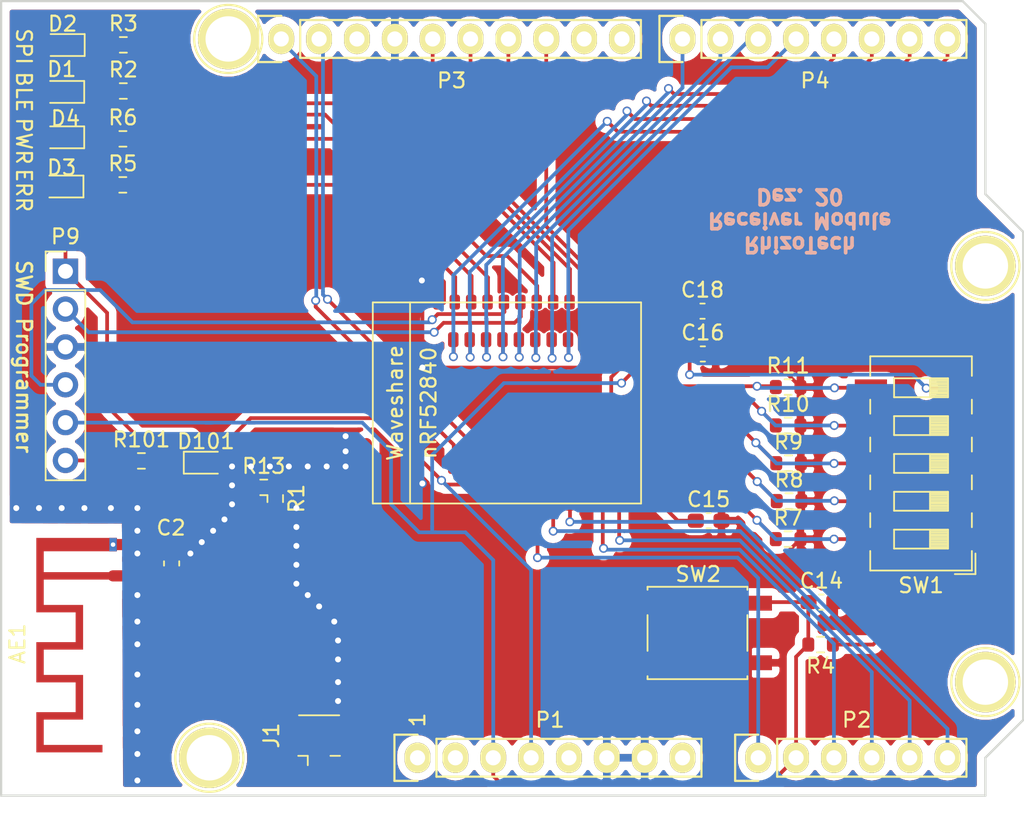
<source format=kicad_pcb>
(kicad_pcb (version 20171130) (host pcbnew "(5.1.7)-1")
  (title_block (date "lun. 30 mars 2015"))
  (layers (0 F.Cu signal) (31 B.Cu signal) (34 B.Paste user) (35 F.Paste user) (36 B.SilkS user) (37 F.SilkS user) (38 B.Mask user) (39 F.Mask user) (44 Edge.Cuts user))
  (net 0 "")
  (net 1 /IOREF)
  (net 2 GND)
  (net 3 /Vin)
  (net 4 "/9(**)")
  (net 5 /8)
  (net 6 "Net-(P5-Pad1)")
  (net 7 "Net-(P6-Pad1)")
  (net 8 "Net-(P7-Pad1)")
  (net 9 "Net-(P8-Pad1)")
  (net 10 "Net-(P1-Pad1)")
  (net 11 "Net-(AE1-Pad1)")
  (net 12 VDD_nRF)
  (net 13 "Net-(D1-Pad1)")
  (net 14 "Net-(D2-Pad1)")
  (net 15 "Net-(D3-Pad1)")
  (net 16 "Net-(D4-Pad1)")
  (net 17 "Net-(J1-Pad1)")
  (net 18 Reset)
  (net 19 "Net-(P1-Pad5)")
  (net 20 B11)
  (net 21 A10)
  (net 22 B9)
  (net 23 J1)
  (net 24 K2)
  (net 25 B15)
  (net 26 B17)
  (net 27 "Net-(P3-Pad3)")
  (net 28 SPI_SCK)
  (net 29 SPI_MISO)
  (net 30 SPI_MOSI)
  (net 31 SPI_SS)
  (net 32 AD12)
  (net 33 AD10)
  (net 34 AC9)
  (net 35 AD8)
  (net 36 AD16)
  (net 37 AD20)
  (net 38 T23)
  (net 39 P23)
  (net 40 "Net-(R1-Pad1)")
  (net 41 LED0)
  (net 42 LED1)
  (net 43 LED2)
  (net 44 LED3)
  (net 45 SW0)
  (net 46 SW1)
  (net 47 SW2)
  (net 48 SW3)
  (net 49 SW4)
  (net 50 VBUS)
  (net 51 SWDCLK)
  (net 52 SWDIO)
  (net 53 "Net-(D101-Pad1)")
  (net 54 "Net-(U101-PadM2)")
  (net 55 "Net-(U101-PadAD4)")
  (net 56 "Net-(U101-PadAD6)")
  (net 57 A8)
  (net 58 "Net-(U101-PadA20)")
  (net 59 "Net-(U101-PadA12)")
  (net 60 "Net-(U101-PadB13)")
  (net 61 "Net-(U101-PadA14)")
  (net 62 "Net-(U101-PadA16)")
  (net 63 "Net-(U101-PadB19)")
  (net 64 "Net-(U101-PadJ24)")
  (net 65 "Net-(U101-PadN1)")
  (net 66 "Net-(U101-PadAC21)")
  (net 67 "Net-(U101-PadL1)")
  (net 68 "Net-(U101-PadT2)")
  (net 69 "Net-(U101-PadG1)")
  (net 70 "Net-(U101-PadP2)")
  (net 71 "Net-(U101-PadH2)")
  (net 72 "Net-(U101-PadAC11)")
  (module Rhizo_Receiver_Shield_final_Module:Waveshare_nRF528840 (layer F.Cu) (at 135.6868 100.2538 90)
    (fp_text reference U101 hide)
    (fp_text value nRF52840)
    (fp_text user nRF52840 (at 0.25 4 90 unlocked) (layer F.SilkS))
    (fp_text user Waveshare (at 0.25 1.75 90 unlocked) (layer F.SilkS))
    (pad M2 smd roundrect (at -4.15 18.25) (size 1 0.7) (layers F.Cu F.Paste F.Mask) (net 54 "Net-(U101-PadM2)"))
    (pad R1 smd roundrect (at -3.05 18.25) (size 1 0.7) (layers F.Cu F.Paste F.Mask) (net 45 SW0))
    (pad B1 smd roundrect (at -5.25 18.25) (size 1 0.7) (layers F.Cu F.Paste F.Mask) (net 12 VDD_nRF))
    (pad AC13 smd roundrect (at 2.45 18.25) (size 1 0.7) (layers F.Cu F.Paste F.Mask) (net 18 Reset))
    (pad U1 smd roundrect (at -1.95 18.25) (size 1 0.7) (layers F.Cu F.Paste F.Mask) (net 46 SW1))
    (pad AD2 smd roundrect (at 3.55 18.25) (size 1 0.7) (layers F.Cu F.Paste F.Mask) (net 12 VDD_nRF))
    (pad AC19 smd roundrect (at -0.85 18.25) (size 1 0.7) (layers F.Cu F.Paste F.Mask) (net 47 SW2))
    (pad AD4 smd roundrect (at 4.65 18.25) (size 1 0.7) (layers F.Cu F.Paste F.Mask) (net 55 "Net-(U101-PadAD4)"))
    (pad AD6 smd roundrect (at 5.75 18.25) (size 1 0.7) (layers F.Cu F.Paste F.Mask) (net 56 "Net-(U101-PadAD6)"))
    (pad AC17 smd roundrect (at 0.25 18.25) (size 1 0.7) (layers F.Cu F.Paste F.Mask) (net 48 SW3))
    (pad AC15 smd roundrect (at 1.35 18.25) (size 1 0.7) (layers F.Cu F.Paste F.Mask) (net 49 SW4))
    (pad A10 smd roundrect (at -6.48 12.35 90) (size 1 0.7) (layers F.Cu F.Paste F.Mask) (net 21 A10))
    (pad A8 smd roundrect (at -6.48 14.55 90) (size 1 0.7) (layers F.Cu F.Paste F.Mask) (net 57 A8))
    (pad A20 smd roundrect (at -6.48 5.75 90) (size 1 0.7) (layers F.Cu F.Paste F.Mask) (net 58 "Net-(U101-PadA20)"))
    (pad A12 smd roundrect (at -6.48 10.15 90) (size 1 0.7) (layers F.Cu F.Paste F.Mask) (net 59 "Net-(U101-PadA12)"))
    (pad B13 smd roundrect (at -6.48 9.05 90) (size 1 0.7) (layers F.Cu F.Paste F.Mask) (net 60 "Net-(U101-PadB13)"))
    (pad K2 smd roundrect (at -6.5 16.75 90) (size 1 0.7) (layers F.Cu F.Paste F.Mask) (net 24 K2))
    (pad A14 smd roundrect (at -6.48 7.95 90) (size 1 0.7) (layers F.Cu F.Paste F.Mask) (net 61 "Net-(U101-PadA14)"))
    (pad B9 smd roundrect (at -6.48 13.45 90) (size 1 0.7) (layers F.Cu F.Paste F.Mask) (net 22 B9))
    (pad J1 smd roundrect (at -6.48 15.65 90) (size 1 0.7) (layers F.Cu F.Paste F.Mask) (net 23 J1))
    (pad A16 smd roundrect (at -6.48 6.85 90) (size 1 0.7) (layers F.Cu F.Paste F.Mask) (net 62 "Net-(U101-PadA16)"))
    (pad B11 smd roundrect (at -6.48 11.25 90) (size 1 0.7) (layers F.Cu F.Paste F.Mask) (net 20 B11))
    (pad B19 smd roundrect (at -6.48 4.65 90) (size 1 0.7) (layers F.Cu F.Paste F.Mask) (net 63 "Net-(U101-PadB19)"))
    (pad B7 smd roundrect (at -6.48 3.55 90) (size 1 0.7) (layers F.Cu F.Paste F.Mask) (net 2 GND))
    (pad B7 smd roundrect (at 7 16.75 90) (size 1 0.7) (layers F.Cu F.Paste F.Mask) (net 2 GND))
    (pad AD22 smd roundrect (at 7.02 14.55 90) (size 1 0.7) (layers F.Cu F.Paste F.Mask) (net 30 SPI_MOSI))
    (pad Y23 smd roundrect (at 7.02 12.35 90) (size 1 0.7) (layers F.Cu F.Paste F.Mask) (net 28 SPI_SCK))
    (pad AD18 smd roundrect (at 7.02 15.65 90) (size 1 0.7) (layers F.Cu F.Paste F.Mask) (net 31 SPI_SS))
    (pad V23 smd roundrect (at 7.02 13.45 90) (size 1 0.7) (layers F.Cu F.Paste F.Mask) (net 29 SPI_MISO))
    (pad AA24 smd roundrect (at 7.02 10.15 90) (size 1 0.7) (layers F.Cu F.Paste F.Mask) (net 51 SWDCLK))
    (pad L24 smd roundrect (at 7.02 5.75 90) (size 1 0.7) (layers F.Cu F.Paste F.Mask) (net 43 LED2))
    (pad W24 smd roundrect (at 7.02 11.25 90) (size 1 0.7) (layers F.Cu F.Paste F.Mask) (net 42 LED1))
    (pad R24 smd roundrect (at 7.02 6.85 90) (size 1 0.7) (layers F.Cu F.Paste F.Mask) (net 44 LED3))
    (pad U24 smd roundrect (at 7.02 7.95 90) (size 1 0.7) (layers F.Cu F.Paste F.Mask) (net 41 LED0))
    (pad AC24 smd roundrect (at 7.02 9.05 90) (size 1 0.7) (layers F.Cu F.Paste F.Mask) (net 52 SWDIO))
    (pad B7 smd roundrect (at 7.02 3.55 90) (size 1 0.7) (layers F.Cu F.Paste F.Mask) (net 2 GND))
    (pad J24 smd roundrect (at 7.02 4.65 90) (size 1 0.7) (layers F.Cu F.Paste F.Mask) (net 64 "Net-(U101-PadJ24)"))
    (pad N1 smd roundrect (at -4 12.25 90) (size 1 0.7) (layers F.Cu F.Paste F.Mask) (net 65 "Net-(U101-PadN1)"))
    (pad AC21 smd roundrect (at -4 7.85 90) (size 1 0.7) (layers F.Cu F.Paste F.Mask) (net 66 "Net-(U101-PadAC21)"))
    (pad L1 smd roundrect (at -4 13.35 90) (size 1 0.7) (layers F.Cu F.Paste F.Mask) (net 67 "Net-(U101-PadL1)"))
    (pad T2 smd roundrect (at -4 8.95 90) (size 1 0.7) (layers F.Cu F.Paste F.Mask) (net 68 "Net-(U101-PadT2)"))
    (pad G1 smd roundrect (at -4 14.45 90) (size 1 0.7) (layers F.Cu F.Paste F.Mask) (net 69 "Net-(U101-PadG1)"))
    (pad P2 smd roundrect (at -4 10.05 90) (size 1 0.7) (layers F.Cu F.Paste F.Mask) (net 70 "Net-(U101-PadP2)"))
    (pad H2 smd roundrect (at -4 11.15 90) (size 1 0.7) (layers F.Cu F.Paste F.Mask) (net 71 "Net-(U101-PadH2)"))
    (pad B15 smd roundrect (at -4.01 5.65 90) (size 1 0.7) (layers F.Cu F.Paste F.Mask) (net 25 B15))
    (pad B17 smd roundrect (at -4 6.75 90) (size 1 0.7) (layers F.Cu F.Paste F.Mask) (net 26 B17))
    (pad P23 smd roundrect (at 4.5 5.65 90) (size 1 0.7) (layers F.Cu F.Paste F.Mask) (net 39 P23))
    (pad T23 smd roundrect (at 4.5 6.75 90) (size 1 0.7) (layers F.Cu F.Paste F.Mask) (net 38 T23))
    (pad AD20 smd roundrect (at 4.5 7.85 90) (size 1 0.7) (layers F.Cu F.Paste F.Mask) (net 37 AD20))
    (pad AD12 smd roundrect (at 4.5 10.05 90) (size 1 0.7) (layers F.Cu F.Paste F.Mask) (net 32 AD12))
    (pad AD16 smd roundrect (at 4.5 8.95 90) (size 1 0.7) (layers F.Cu F.Paste F.Mask) (net 36 AD16))
    (pad AD10 smd roundrect (at 4.5 11.15 90) (size 1 0.7) (layers F.Cu F.Paste F.Mask) (net 33 AD10))
    (pad AD8 smd roundrect (at 4.5 13.35 90) (size 1 0.7) (layers F.Cu F.Paste F.Mask) (net 35 AD8))
    (pad AC9 smd roundrect (at 4.5 12.25 90) (size 1 0.7) (layers F.Cu F.Paste F.Mask) (net 34 AC9))
    (pad AC11 smd roundrect (at 4.5 14.45 90) (size 1 0.7) (layers F.Cu F.Paste F.Mask) (net 72 "Net-(U101-PadAC11)"))
  )
  (module Diode_SMD:D_0603_1608Metric (layer F.Cu) (at 124.7395 104.013)
    (fp_text reference D101 (at 0 -1.43) (layer F.SilkS))
    (fp_text value 2,7V)
    (pad 2 smd roundrect (at 0.7875 0) (size 0.875 0.95) (layers F.Cu F.Paste F.Mask) (net 12 VDD_nRF))
    (pad 1 smd roundrect (at -0.7875 0) (size 0.875 0.95) (layers F.Cu F.Paste F.Mask) (net 53 "Net-(D101-Pad1)"))
  )
  (module Connector_Coaxial:U.FL_Hirose_U.FL-R-SMT-1_Vertical (layer F.Cu) (at 132.334 122.809 90)
    (fp_text reference J1 (at 0.475 -3.2 90) (layer F.SilkS))
    (fp_text value "SMA Connector")
    (pad 2 smd rect (at 0.475 -1.475 90) (size 2.2 1.05) (layers F.Cu F.Paste F.Mask) (net 2 GND))
    (pad 1 smd rect (at -1.05 0 90) (size 1.05 1) (layers F.Cu F.Paste F.Mask) (net 17 "Net-(J1-Pad1)"))
    (pad 2 smd rect (at 0.475 1.475 90) (size 2.2 1.05) (layers F.Cu F.Paste F.Mask) (net 2 GND))
  )
  (module Connector_PinHeader_2.54mm:PinHeader_1x06_P2.54mm_Vertical (layer F.Cu) (at 115.316 91.16314)
    (fp_text reference P9 (at 0 -2.33) (layer F.SilkS))
    (fp_text value "SWD Programmer")
    (pad 6 thru_hole oval (at 0 12.7) (size 1.7 1.7) (drill 1) (layers *.Cu *.Mask) (net 50 VBUS))
    (pad 5 thru_hole oval (at 0 10.16) (size 1.7 1.7) (drill 1) (layers *.Cu *.Mask) (net 18 Reset))
    (pad 4 thru_hole oval (at 0 7.62) (size 1.7 1.7) (drill 1) (layers *.Cu *.Mask) (net 52 SWDIO))
    (pad 3 thru_hole oval (at 0 5.08) (size 1.7 1.7) (drill 1) (layers *.Cu *.Mask) (net 2 GND))
    (pad 2 thru_hole oval (at 0 2.54) (size 1.7 1.7) (drill 1) (layers *.Cu *.Mask) (net 51 SWDCLK))
    (pad 1 thru_hole rect (at 0 0) (size 1.7 1.7) (drill 1) (layers *.Cu *.Mask) (net 12 VDD_nRF))
  )
  (module Capacitor_SMD:C_0603_1608Metric_Pad1.08x0.95mm_HandSolder (layer F.Cu) (at 158.05912 93.8403)
    (fp_text reference C18 (at 0 -1.43) (layer F.SilkS))
    (fp_text value 100nF)
    (pad 2 smd roundrect (at 0.8625 0) (size 1.075 0.95) (layers F.Cu F.Paste F.Mask) (net 2 GND))
    (pad 1 smd roundrect (at -0.8625 0) (size 1.075 0.95) (layers F.Cu F.Paste F.Mask) (net 12 VDD_nRF))
  )
  (module Capacitor_SMD:C_0603_1608Metric_Pad1.08x0.95mm_HandSolder (layer F.Cu) (at 158.08088 96.71304)
    (fp_text reference C16 (at 0 -1.43) (layer F.SilkS))
    (fp_text value 4.7µF)
    (pad 2 smd roundrect (at 0.8625 0) (size 1.075 0.95) (layers F.Cu F.Paste F.Mask) (net 2 GND))
    (pad 1 smd roundrect (at -0.8625 0) (size 1.075 0.95) (layers F.Cu F.Paste F.Mask) (net 12 VDD_nRF))
  )
  (module Capacitor_SMD:C_0603_1608Metric_Pad1.08x0.95mm_HandSolder (layer F.Cu) (at 158.4706 107.90682)
    (fp_text reference C15 (at 0 -1.43) (layer F.SilkS))
    (fp_text value 4.7µF)
    (pad 2 smd roundrect (at 0.8625 0) (size 1.075 0.95) (layers F.Cu F.Paste F.Mask) (net 2 GND))
    (pad 1 smd roundrect (at -0.8625 0) (size 1.075 0.95) (layers F.Cu F.Paste F.Mask) (net 12 VDD_nRF))
  )
  (module Capacitor_SMD:C_0603_1608Metric_Pad1.08x0.95mm_HandSolder (layer F.Cu) (at 166.03726 113.37544)
    (fp_text reference C14 (at 0 -1.43) (layer F.SilkS))
    (fp_text value 100nF)
    (pad 2 smd roundrect (at 0.8625 0) (size 1.075 0.95) (layers F.Cu F.Paste F.Mask) (net 2 GND))
    (pad 1 smd roundrect (at -0.8625 0) (size 1.075 0.95) (layers F.Cu F.Paste F.Mask) (net 18 Reset))
  )
  (module Capacitor_SMD:C_0603_1608Metric_Pad1.08x0.95mm_HandSolder (layer F.Cu) (at 122.43816 110.77846 90)
    (fp_text reference C2 (at 2.39412 -0.04064 180) (layer F.SilkS))
    (fp_text value 1.5pF)
    (pad 2 smd roundrect (at 0.8625 0 90) (size 1.075 0.95) (layers F.Cu F.Paste F.Mask) (net 2 GND))
    (pad 1 smd roundrect (at -0.8625 0 90) (size 1.075 0.95) (layers F.Cu F.Paste F.Mask) (net 11 "Net-(AE1-Pad1)"))
  )
  (module Button_Switch_SMD:SW_SPST_EVQQ2 (layer F.Cu) (at 157.72024 115.44656)
    (fp_text reference SW2 (at 0.05 -3.95) (layer F.SilkS))
    (fp_text value SW_Push)
    (pad 2 smd rect (at 3.4 2) (size 3.2 1) (layers F.Cu F.Paste F.Mask) (net 2 GND))
    (pad 2 smd rect (at -3.4 2) (size 3.2 1) (layers F.Cu F.Paste F.Mask) (net 2 GND))
    (pad 1 smd rect (at -3.4 -2) (size 3.2 1) (layers F.Cu F.Paste F.Mask) (net 18 Reset))
    (pad 1 smd rect (at 3.4 -2) (size 3.2 1) (layers F.Cu F.Paste F.Mask) (net 18 Reset))
  )
  (module Button_Switch_SMD:SW_DIP_SPSTx05_Slide_6.7x14.26mm_W6.73mm_P2.54mm_LowProfile_JPin (layer F.Cu) (at 172.72254 104.0638 180)
    (fp_text reference SW1 (at 0 -8.19) (layer F.SilkS))
    (fp_text value SW_DIP_x05)
    (pad 10 smd rect (at 3.365 -5.08 180) (size 2.16 1.12) (layers F.Cu F.Paste F.Mask) (net 45 SW0))
    (pad 5 smd rect (at -3.365 5.08 180) (size 2.16 1.12) (layers F.Cu F.Paste F.Mask) (net 12 VDD_nRF))
    (pad 9 smd rect (at 3.365 -2.54 180) (size 2.16 1.12) (layers F.Cu F.Paste F.Mask) (net 46 SW1))
    (pad 4 smd rect (at -3.365 2.54 180) (size 2.16 1.12) (layers F.Cu F.Paste F.Mask) (net 12 VDD_nRF))
    (pad 8 smd rect (at 3.365 0 180) (size 2.16 1.12) (layers F.Cu F.Paste F.Mask) (net 47 SW2))
    (pad 3 smd rect (at -3.365 0 180) (size 2.16 1.12) (layers F.Cu F.Paste F.Mask) (net 12 VDD_nRF))
    (pad 7 smd rect (at 3.365 2.54 180) (size 2.16 1.12) (layers F.Cu F.Paste F.Mask) (net 48 SW3))
    (pad 2 smd rect (at -3.365 -2.54 180) (size 2.16 1.12) (layers F.Cu F.Paste F.Mask) (net 12 VDD_nRF))
    (pad 6 smd rect (at 3.365 5.08 180) (size 2.16 1.12) (layers F.Cu F.Paste F.Mask) (net 49 SW4))
    (pad 1 smd rect (at -3.365 -5.08 180) (size 2.16 1.12) (layers F.Cu F.Paste F.Mask) (net 12 VDD_nRF))
  )
  (module Resistor_SMD:R_0603_1608Metric (layer F.Cu) (at 120.41074 103.89362)
    (fp_text reference R101 (at 0 -1.43) (layer F.SilkS))
    (fp_text value 120R)
    (pad 2 smd roundrect (at 0.825 0) (size 0.8 0.95) (layers F.Cu F.Paste F.Mask) (net 53 "Net-(D101-Pad1)"))
    (pad 1 smd roundrect (at -0.825 0) (size 0.8 0.95) (layers F.Cu F.Paste F.Mask) (net 50 VBUS))
  )
  (module Resistor_SMD:R_0603_1608Metric (layer F.Cu) (at 128.62002 105.67162)
    (fp_text reference R13 (at 0 -1.43) (layer F.SilkS))
    (fp_text value 0R)
    (pad 2 smd roundrect (at 0.825 0) (size 0.8 0.95) (layers F.Cu F.Paste F.Mask) (net 40 "Net-(R1-Pad1)"))
    (pad 1 smd roundrect (at -0.825 0) (size 0.8 0.95) (layers F.Cu F.Paste F.Mask) (net 11 "Net-(AE1-Pad1)"))
  )
  (module Resistor_SMD:R_0603_1608Metric (layer F.Cu) (at 163.8041 98.93554)
    (fp_text reference R11 (at 0 -1.43) (layer F.SilkS))
    (fp_text value 10k)
    (pad 1 smd roundrect (at -0.825 0) (size 0.8 0.95) (layers F.Cu F.Paste F.Mask) (net 49 SW4))
    (pad 2 smd roundrect (at 0.825 0) (size 0.8 0.95) (layers F.Cu F.Paste F.Mask) (net 2 GND))
  )
  (module Resistor_SMD:R_0603_1608Metric (layer F.Cu) (at 163.8046 101.51364)
    (fp_text reference R10 (at 0 -1.43) (layer F.SilkS))
    (fp_text value 10k)
    (pad 2 smd roundrect (at 0.825 0) (size 0.8 0.95) (layers F.Cu F.Paste F.Mask) (net 2 GND))
    (pad 1 smd roundrect (at -0.825 0) (size 0.8 0.95) (layers F.Cu F.Paste F.Mask) (net 48 SW3))
  )
  (module Resistor_SMD:R_0603_1608Metric (layer F.Cu) (at 163.83254 104.04856)
    (fp_text reference R9 (at 0 -1.43) (layer F.SilkS))
    (fp_text value 10k)
    (pad 2 smd roundrect (at 0.825 0) (size 0.8 0.95) (layers F.Cu F.Paste F.Mask) (net 2 GND))
    (pad 1 smd roundrect (at -0.825 0) (size 0.8 0.95) (layers F.Cu F.Paste F.Mask) (net 47 SW2))
  )
  (module Resistor_SMD:R_0603_1608Metric (layer F.Cu) (at 163.86556 106.5911)
    (fp_text reference R8 (at 0 -1.43) (layer F.SilkS))
    (fp_text value 10k)
    (pad 2 smd roundrect (at 0.825 0) (size 0.8 0.95) (layers F.Cu F.Paste F.Mask) (net 2 GND))
    (pad 1 smd roundrect (at -0.825 0) (size 0.8 0.95) (layers F.Cu F.Paste F.Mask) (net 46 SW1))
  )
  (module Resistor_SMD:R_0603_1608Metric (layer F.Cu) (at 163.80256 109.14634)
    (fp_text reference R7 (at 0 -1.43) (layer F.SilkS))
    (fp_text value 10k)
    (pad 1 smd roundrect (at -0.825 0) (size 0.8 0.95) (layers F.Cu F.Paste F.Mask) (net 45 SW0))
    (pad 2 smd roundrect (at 0.825 0) (size 0.8 0.95) (layers F.Cu F.Paste F.Mask) (net 2 GND))
  )
  (module Resistor_SMD:R_0603_1608Metric (layer F.Cu) (at 119.17122 82.27314)
    (fp_text reference R6 (at 0 -1.43) (layer F.SilkS))
    (fp_text value 220)
    (pad 2 smd roundrect (at 0.825 0) (size 0.8 0.95) (layers F.Cu F.Paste F.Mask) (net 44 LED3))
    (pad 1 smd roundrect (at -0.825 0) (size 0.8 0.95) (layers F.Cu F.Paste F.Mask) (net 16 "Net-(D4-Pad1)"))
  )
  (module Resistor_SMD:R_0603_1608Metric (layer F.Cu) (at 119.1636 85.36178)
    (fp_text reference R5 (at 0 -1.43) (layer F.SilkS))
    (fp_text value 220)
    (pad 1 smd roundrect (at -0.825 0) (size 0.8 0.95) (layers F.Cu F.Paste F.Mask) (net 15 "Net-(D3-Pad1)"))
    (pad 2 smd roundrect (at 0.825 0) (size 0.8 0.95) (layers F.Cu F.Paste F.Mask) (net 43 LED2))
  )
  (module Resistor_SMD:R_0603_1608Metric (layer F.Cu) (at 165.98188 116.22532 180)
    (fp_text reference R4 (at 0 -1.43) (layer F.SilkS))
    (fp_text value 10k)
    (pad 2 smd roundrect (at 0.825 0 180) (size 0.8 0.95) (layers F.Cu F.Paste F.Mask) (net 18 Reset))
    (pad 1 smd roundrect (at -0.825 0 180) (size 0.8 0.95) (layers F.Cu F.Paste F.Mask) (net 12 VDD_nRF))
  )
  (module Resistor_SMD:R_0603_1608Metric (layer F.Cu) (at 119.19916 75.96124)
    (fp_text reference R3 (at 0 -1.43) (layer F.SilkS))
    (fp_text value 220)
    (pad 2 smd roundrect (at 0.825 0) (size 0.8 0.95) (layers F.Cu F.Paste F.Mask) (net 42 LED1))
    (pad 1 smd roundrect (at -0.825 0) (size 0.8 0.95) (layers F.Cu F.Paste F.Mask) (net 14 "Net-(D2-Pad1)"))
  )
  (module Resistor_SMD:R_0603_1608Metric (layer F.Cu) (at 119.19662 79.06004)
    (fp_text reference R2 (at 0 -1.43) (layer F.SilkS))
    (fp_text value 220)
    (pad 2 smd roundrect (at 0.825 0) (size 0.8 0.95) (layers F.Cu F.Paste F.Mask) (net 41 LED0))
    (pad 1 smd roundrect (at -0.825 0) (size 0.8 0.95) (layers F.Cu F.Paste F.Mask) (net 13 "Net-(D1-Pad1)"))
  )
  (module Resistor_SMD:R_0603_1608Metric (layer F.Cu) (at 129.39014 106.42346 270)
    (fp_text reference R1 (at 0 -1.43 90) (layer F.SilkS))
    (fp_text value 0R)
    (pad 2 smd roundrect (at 0.825 0 270) (size 0.8 0.95) (layers F.Cu F.Paste F.Mask) (net 17 "Net-(J1-Pad1)"))
    (pad 1 smd roundrect (at -0.825 0 270) (size 0.8 0.95) (layers F.Cu F.Paste F.Mask) (net 40 "Net-(R1-Pad1)"))
  )
  (module LED_SMD:LED_0603_1608Metric (layer F.Cu) (at 115.0875 82.169 180)
    (fp_text reference D4 (at -0.2285 1.27) (layer F.SilkS))
    (fp_text value LED)
    (pad 2 smd roundrect (at 0.7875 0 180) (size 0.875 0.95) (layers F.Cu F.Paste F.Mask) (net 12 VDD_nRF))
    (pad 1 smd roundrect (at -0.7875 0 180) (size 0.875 0.95) (layers F.Cu F.Paste F.Mask) (net 16 "Net-(D4-Pad1)"))
  )
  (module LED_SMD:LED_0603_1608Metric (layer F.Cu) (at 115.0365 85.471 180)
    (fp_text reference D3 (at -0.0255 1.27) (layer F.SilkS))
    (fp_text value LED)
    (pad 1 smd roundrect (at -0.7875 0 180) (size 0.875 0.95) (layers F.Cu F.Paste F.Mask) (net 15 "Net-(D3-Pad1)"))
    (pad 2 smd roundrect (at 0.7875 0 180) (size 0.875 0.95) (layers F.Cu F.Paste F.Mask) (net 12 VDD_nRF))
  )
  (module LED_SMD:LED_0603_1608Metric (layer F.Cu) (at 115.12032 75.97394 180)
    (fp_text reference D2 (at 0 1.42494) (layer F.SilkS))
    (fp_text value LED)
    (pad 2 smd roundrect (at 0.7875 0 180) (size 0.875 0.95) (layers F.Cu F.Paste F.Mask) (net 12 VDD_nRF))
    (pad 1 smd roundrect (at -0.7875 0 180) (size 0.875 0.95) (layers F.Cu F.Paste F.Mask) (net 14 "Net-(D2-Pad1)"))
  )
  (module LED_SMD:LED_0603_1608Metric (layer F.Cu) (at 115.0875 79.121 180)
    (fp_text reference D1 (at 0.0255 1.524) (layer F.SilkS))
    (fp_text value LED)
    (pad 2 smd roundrect (at 0.7875 0 180) (size 0.875 0.95) (layers F.Cu F.Paste F.Mask) (net 12 VDD_nRF))
    (pad 1 smd roundrect (at -0.7875 0 180) (size 0.875 0.95) (layers F.Cu F.Paste F.Mask) (net 13 "Net-(D1-Pad1)"))
  )
  (module RF_Antenna:Texas_SWRA117D_2.4GHz_Left (layer F.Cu) (at 118.50878 111.61268 90)
    (fp_text reference AE1 (at -4.55 -6.41 90) (layer F.SilkS))
    (fp_text value Antenna_Shield)
    (fp_poly (pts (xy -2.45 -2.51) (xy -4.45 -2.51) (xy -4.45 -5.15) (xy -7.15 -5.15) (xy -7.15 -2.51) (xy -9.15 -2.51) (xy -9.15 -5.15) (xy -11.85 -5.15) (xy -11.85 -0.71) (xy -11.35 -0.71) (xy -11.35 -4.65) (xy -9.65 -4.65) (xy -9.65 -2.01) (xy -6.65 -2.01) (xy -6.65 -4.65) (xy -4.95 -4.65) (xy -4.95 -2.01) (xy -1.95 -2.01) (xy -1.95 -4.65) (xy -0.25 -4.65) (xy -0.25 0.25) (xy 0.25 0.25) (xy 0.25 -4.65) (xy 1.65 -4.65) (xy 1.65 0.25) (xy 2.55 0.25) (xy 2.55 0.006785) (xy 2.247583 0.006785) (xy 2.237742 0.054395) (xy 2.213674 0.096797) (xy 2.175731 0.129581) (xy 2.167819 0.133935) (xy 2.125156 0.146043) (xy 2.076637 0.1453) (xy 2.031122 0.1324) (xy 2.012511 0.121787) (xy 1.978868 0.086553) (xy 1.958309 0.041368) (xy 1.951778 -0.008158) (xy 1.960218 -0.056417) (xy 1.977112 -0.088643) (xy 2.012372 -0.121313) (xy 2.057682 -0.141408) (xy 2.107267 -0.147982) (xy 2.155353 -0.140092) (xy 2.188245 -0.123186) (xy 2.223185 -0.086416) (xy 2.242847 -0.041622) (xy 2.247583 0.006785) (xy 2.55 0.006785) (xy 2.55 -5.15) (xy -2.45 -5.15) (xy -2.45 -2.51)) (layer F.Cu) (width 0))
    (pad 1 connect rect (at 0 0 90) (size 0.5 0.5) (layers F.Cu) (net 11 "Net-(AE1-Pad1)"))
    (pad 2 thru_hole rect (at 2.1 0 90) (size 0.9 0.5) (drill 0.3) (layers *.Cu) (net 2 GND))
  )
  (module Socket_Arduino_Uno:Socket_Strip_Arduino_1x08 (layer F.Cu) (at 138.938 123.825)
    (fp_text reference P1 (at 8.89 -2.54) (layer F.SilkS))
    (fp_text value Power)
    (pad 1 thru_hole oval (at 0 0) (size 1.7272 2.032) (drill 1.016) (layers *.Cu *.Mask F.SilkS) (net 10 "Net-(P1-Pad1)"))
    (pad 2 thru_hole oval (at 2.54 0) (size 1.7272 2.032) (drill 1.016) (layers *.Cu *.Mask F.SilkS) (net 1 /IOREF))
    (pad 3 thru_hole oval (at 5.08 0) (size 1.7272 2.032) (drill 1.016) (layers *.Cu *.Mask F.SilkS) (net 18 Reset))
    (pad 4 thru_hole oval (at 7.62 0) (size 1.7272 2.032) (drill 1.016) (layers *.Cu *.Mask F.SilkS) (net 12 VDD_nRF))
    (pad 5 thru_hole oval (at 10.16 0) (size 1.7272 2.032) (drill 1.016) (layers *.Cu *.Mask F.SilkS) (net 19 "Net-(P1-Pad5)"))
    (pad 6 thru_hole oval (at 12.7 0) (size 1.7272 2.032) (drill 1.016) (layers *.Cu *.Mask F.SilkS) (net 2 GND))
    (pad 7 thru_hole oval (at 15.24 0) (size 1.7272 2.032) (drill 1.016) (layers *.Cu *.Mask F.SilkS) (net 2 GND))
    (pad 8 thru_hole oval (at 17.78 0) (size 1.7272 2.032) (drill 1.016) (layers *.Cu *.Mask F.SilkS) (net 3 /Vin))
  )
  (module Socket_Arduino_Uno:Socket_Strip_Arduino_1x06 (layer F.Cu) (at 161.798 123.825)
    (fp_text reference P2 (at 6.604 -2.54) (layer F.SilkS))
    (fp_text value Analog)
    (pad 1 thru_hole oval (at 0 0) (size 1.7272 2.032) (drill 1.016) (layers *.Cu *.Mask F.SilkS) (net 20 B11))
    (pad 2 thru_hole oval (at 2.54 0) (size 1.7272 2.032) (drill 1.016) (layers *.Cu *.Mask F.SilkS) (net 18 Reset))
    (pad 3 thru_hole oval (at 5.08 0) (size 1.7272 2.032) (drill 1.016) (layers *.Cu *.Mask F.SilkS) (net 23 J1))
    (pad 4 thru_hole oval (at 7.62 0) (size 1.7272 2.032) (drill 1.016) (layers *.Cu *.Mask F.SilkS) (net 24 K2))
    (pad 5 thru_hole oval (at 10.16 0) (size 1.7272 2.032) (drill 1.016) (layers *.Cu *.Mask F.SilkS) (net 21 A10))
    (pad 6 thru_hole oval (at 12.7 0) (size 1.7272 2.032) (drill 1.016) (layers *.Cu *.Mask F.SilkS) (net 22 B9))
  )
  (module Socket_Arduino_Uno:Socket_Strip_Arduino_1x10 (layer F.Cu) (at 129.794 75.565)
    (fp_text reference P3 (at 11.43 2.794) (layer F.SilkS))
    (fp_text value Digital)
    (pad 1 thru_hole oval (at 0 0) (size 1.7272 2.032) (drill 1.016) (layers *.Cu *.Mask F.SilkS) (net 25 B15))
    (pad 2 thru_hole oval (at 2.54 0) (size 1.7272 2.032) (drill 1.016) (layers *.Cu *.Mask F.SilkS) (net 26 B17))
    (pad 3 thru_hole oval (at 5.08 0) (size 1.7272 2.032) (drill 1.016) (layers *.Cu *.Mask F.SilkS) (net 27 "Net-(P3-Pad3)"))
    (pad 4 thru_hole oval (at 7.62 0) (size 1.7272 2.032) (drill 1.016) (layers *.Cu *.Mask F.SilkS) (net 2 GND))
    (pad 5 thru_hole oval (at 10.16 0) (size 1.7272 2.032) (drill 1.016) (layers *.Cu *.Mask F.SilkS) (net 28 SPI_SCK))
    (pad 6 thru_hole oval (at 12.7 0) (size 1.7272 2.032) (drill 1.016) (layers *.Cu *.Mask F.SilkS) (net 29 SPI_MISO))
    (pad 7 thru_hole oval (at 15.24 0) (size 1.7272 2.032) (drill 1.016) (layers *.Cu *.Mask F.SilkS) (net 30 SPI_MOSI))
    (pad 8 thru_hole oval (at 17.78 0) (size 1.7272 2.032) (drill 1.016) (layers *.Cu *.Mask F.SilkS) (net 31 SPI_SS))
    (pad 9 thru_hole oval (at 20.32 0) (size 1.7272 2.032) (drill 1.016) (layers *.Cu *.Mask F.SilkS) (net 4 "/9(**)"))
    (pad 10 thru_hole oval (at 22.86 0) (size 1.7272 2.032) (drill 1.016) (layers *.Cu *.Mask F.SilkS) (net 5 /8))
  )
  (module Socket_Arduino_Uno:Socket_Strip_Arduino_1x08 (layer F.Cu) (at 156.718 75.565)
    (fp_text reference P4 (at 8.89 2.794) (layer F.SilkS))
    (fp_text value Digital)
    (pad 1 thru_hole oval (at 0 0) (size 1.7272 2.032) (drill 1.016) (layers *.Cu *.Mask F.SilkS) (net 32 AD12))
    (pad 2 thru_hole oval (at 2.54 0) (size 1.7272 2.032) (drill 1.016) (layers *.Cu *.Mask F.SilkS) (net 33 AD10))
    (pad 3 thru_hole oval (at 5.08 0) (size 1.7272 2.032) (drill 1.016) (layers *.Cu *.Mask F.SilkS) (net 34 AC9))
    (pad 4 thru_hole oval (at 7.62 0) (size 1.7272 2.032) (drill 1.016) (layers *.Cu *.Mask F.SilkS) (net 35 AD8))
    (pad 5 thru_hole oval (at 10.16 0) (size 1.7272 2.032) (drill 1.016) (layers *.Cu *.Mask F.SilkS) (net 36 AD16))
    (pad 6 thru_hole oval (at 12.7 0) (size 1.7272 2.032) (drill 1.016) (layers *.Cu *.Mask F.SilkS) (net 37 AD20))
    (pad 7 thru_hole oval (at 15.24 0) (size 1.7272 2.032) (drill 1.016) (layers *.Cu *.Mask F.SilkS) (net 38 T23))
    (pad 8 thru_hole oval (at 17.78 0) (size 1.7272 2.032) (drill 1.016) (layers *.Cu *.Mask F.SilkS) (net 39 P23))
  )
  (module Socket_Arduino_Uno:Arduino_1pin (layer F.Cu) (at 124.968 123.825)
    (fp_text reference P5 hide)
    (fp_text value CONN_01X01 hide)
    (pad 1 thru_hole circle (at 0 0) (size 4.064 4.064) (drill 3.048) (layers *.Cu *.Mask F.SilkS) (net 6 "Net-(P5-Pad1)"))
  )
  (module Socket_Arduino_Uno:Arduino_1pin (layer F.Cu) (at 177.038 118.745)
    (fp_text reference P6 hide)
    (fp_text value CONN_01X01 hide)
    (pad 1 thru_hole circle (at 0 0) (size 4.064 4.064) (drill 3.048) (layers *.Cu *.Mask F.SilkS) (net 7 "Net-(P6-Pad1)"))
  )
  (module Socket_Arduino_Uno:Arduino_1pin (layer F.Cu) (at 126.238 75.565)
    (fp_text reference P7 hide)
    (fp_text value CONN_01X01 hide)
    (pad 1 thru_hole circle (at 0 0) (size 4.064 4.064) (drill 3.048) (layers *.Cu *.Mask F.SilkS) (net 8 "Net-(P7-Pad1)"))
  )
  (module Socket_Arduino_Uno:Arduino_1pin (layer F.Cu) (at 177.038 90.805)
    (fp_text reference P8 hide)
    (fp_text value CONN_01X01 hide)
    (pad 1 thru_hole circle (at 0 0) (size 4.064 4.064) (drill 3.048) (layers *.Cu *.Mask F.SilkS) (net 9 "Net-(P8-Pad1)"))
  )
  (gr_text "RhizoTech\nReceiver Module\nDez. 20" (at 164.592 87.757 180) (layer B.SilkS) (effects (font (size 1 1) (thickness 0.25)) (justify mirror)))
  (gr_text "SWD Programmer\n" (at 112.522 96.901 270) (layer F.SilkS) (effects (font (size 1 1) (thickness 0.175))))
  (gr_text ERR (at 112.522 85.725 270) (layer F.SilkS) (effects (font (size 1 1))))
  (gr_text PWR (at 112.522 82.423 270) (layer F.SilkS) (effects (font (size 1 1))))
  (gr_text BLE (at 112.522 79.121 270) (layer F.SilkS) (effects (font (size 1 1))))
  (gr_text "SPI\n" (at 112.522 76.073 270) (layer F.SilkS) (effects (font (size 1 1))))
  (gr_text 1 (at 138.938 121.285 90) (layer F.SilkS) (effects (font (size 1 1))))
  (gr_line (start 177.038 74.549) (end 175.514 73.025) (angle 90) (layer Edge.Cuts) (width 0.15))
  (gr_line (start 177.038 85.979) (end 177.038 74.549) (angle 90) (layer Edge.Cuts) (width 0.15))
  (gr_line (start 179.578 88.519) (end 177.038 85.979) (angle 90) (layer Edge.Cuts) (width 0.15))
  (gr_line (start 179.578 121.285) (end 179.578 88.519) (angle 90) (layer Edge.Cuts) (width 0.15))
  (gr_line (start 177.038 123.825) (end 179.578 121.285) (angle 90) (layer Edge.Cuts) (width 0.15))
  (gr_line (start 177.038 126.365) (end 177.038 123.825) (angle 90) (layer Edge.Cuts) (width 0.15))
  (gr_line (start 110.998 126.365) (end 177.038 126.365) (angle 90) (layer Edge.Cuts) (width 0.15))
  (gr_line (start 110.998 73.025) (end 110.998 126.365) (angle 90) (layer Edge.Cuts) (width 0.15))
  (gr_line (start 175.514 73.025) (end 110.998 73.025) (angle 90) (layer Edge.Cuts) (width 0.15))
  (via (at 133.604 120.015) (size 0.6) (drill 0.4) (layers F.Cu B.Cu) (net 2))
  (via (at 133.604 118.745) (size 0.6) (drill 0.4) (layers F.Cu B.Cu) (net 2))
  (segment (start 164.6291 101.51314) (end 164.6296 101.51364) (width 0.25) (layer F.Cu) (net 2))
  (segment (start 164.6291 98.93554) (end 164.6291 101.51314) (width 0.25) (layer F.Cu) (net 2))
  (segment (start 164.6296 104.02062) (end 164.65754 104.04856) (width 0.25) (layer F.Cu) (net 2))
  (segment (start 164.6296 101.51364) (end 164.6296 104.02062) (width 0.25) (layer F.Cu) (net 2))
  (segment (start 164.65754 106.55808) (end 164.69056 106.5911) (width 0.25) (layer F.Cu) (net 2))
  (segment (start 164.65754 104.04856) (end 164.65754 106.55808) (width 0.25) (layer F.Cu) (net 2))
  (segment (start 164.69056 109.08334) (end 164.62756 109.14634) (width 0.25) (layer F.Cu) (net 2))
  (segment (start 164.69056 106.5911) (end 164.69056 109.08334) (width 0.25) (layer F.Cu) (net 2))
  (segment (start 164.62756 109.14634) (end 164.62756 109.5375) (width 0.25) (layer F.Cu) (net 2))
  (segment (start 166.89976 111.8097) (end 166.89976 113.37544) (width 0.25) (layer F.Cu) (net 2))
  (segment (start 164.62756 109.5375) (end 166.89976 111.8097) (width 0.25) (layer F.Cu) (net 2))
  (segment (start 162.4066 96.71304) (end 158.94338 96.71304) (width 0.25) (layer F.Cu) (net 2))
  (segment (start 164.6291 98.93554) (end 162.4066 96.71304) (width 0.25) (layer F.Cu) (net 2))
  (segment (start 158.94338 93.86206) (end 158.92162 93.8403) (width 0.25) (layer F.Cu) (net 2))
  (segment (start 158.94338 96.71304) (end 158.94338 93.86206) (width 0.25) (layer F.Cu) (net 2))
  (segment (start 158.92162 93.8403) (end 158.92162 92.75462) (width 0.25) (layer F.Cu) (net 2))
  (segment (start 158.92162 92.75462) (end 158.20136 92.03436) (width 0.25) (layer F.Cu) (net 2))
  (segment (start 153.66386 92.03436) (end 152.46728 93.23094) (width 0.25) (layer F.Cu) (net 2))
  (segment (start 158.20136 92.03436) (end 153.66386 92.03436) (width 0.25) (layer F.Cu) (net 2))
  (segment (start 161.12024 117.44656) (end 154.32024 117.44656) (width 0.25) (layer F.Cu) (net 2))
  (segment (start 154.32024 123.68276) (end 154.178 123.825) (width 0.25) (layer F.Cu) (net 2))
  (segment (start 154.32024 117.44656) (end 154.32024 123.68276) (width 0.25) (layer F.Cu) (net 2))
  (segment (start 151.638 123.825) (end 154.178 123.825) (width 0.25) (layer F.Cu) (net 2))
  (segment (start 159.3331 107.90682) (end 159.3331 109.13762) (width 0.25) (layer F.Cu) (net 2))
  (segment (start 159.3331 109.13762) (end 160.83788 110.6424) (width 0.25) (layer F.Cu) (net 2))
  (segment (start 163.1315 110.6424) (end 164.62756 109.14634) (width 0.25) (layer F.Cu) (net 2))
  (segment (start 160.83788 110.6424) (end 163.1315 110.6424) (width 0.25) (layer F.Cu) (net 2))
  (segment (start 137.414 75.565) (end 137.414 89.9668) (width 0.25) (layer B.Cu) (net 2))
  (via (at 139.22756 91.78036) (size 0.6) (drill 0.4) (layers F.Cu B.Cu) (net 2))
  (segment (start 137.414 89.9668) (end 139.22756 91.78036) (width 0.25) (layer B.Cu) (net 2))
  (segment (start 139.22756 93.17122) (end 139.26728 93.21094) (width 0.25) (layer F.Cu) (net 2))
  (segment (start 139.22756 91.78036) (end 139.22756 93.17122) (width 0.25) (layer F.Cu) (net 2))
  (segment (start 152.46728 93.23094) (end 152.46728 96.00568) (width 0.25) (layer F.Cu) (net 2))
  (segment (start 150.84714 97.62582) (end 139.26728 97.62582) (width 0.25) (layer F.Cu) (net 2))
  (segment (start 152.46728 96.00568) (end 150.84714 97.62582) (width 0.25) (layer F.Cu) (net 2))
  (segment (start 139.26728 93.21094) (end 139.26728 97.62582) (width 0.25) (layer F.Cu) (net 2))
  (via (at 139.26728 97.62582) (size 0.6) (drill 0.4) (layers F.Cu B.Cu) (net 2))
  (via (at 139.26312 105.41) (size 0.6) (drill 0.4) (layers F.Cu B.Cu) (net 2))
  (segment (start 139.26728 97.62582) (end 139.26728 105.40584) (width 0.25) (layer B.Cu) (net 2))
  (segment (start 139.26728 105.40584) (end 139.26312 105.41) (width 0.25) (layer B.Cu) (net 2))
  (segment (start 139.26312 106.70678) (end 139.26728 106.71094) (width 0.25) (layer F.Cu) (net 2))
  (segment (start 139.26312 105.41) (end 139.26312 106.70678) (width 0.25) (layer F.Cu) (net 2))
  (segment (start 122.03488 109.51268) (end 122.43816 109.91596) (width 0.75) (layer F.Cu) (net 2))
  (segment (start 118.50878 109.51268) (end 122.03488 109.51268) (width 0.75) (layer F.Cu) (net 2))
  (via (at 120.142 122.047) (size 0.6) (drill 0.4) (layers F.Cu B.Cu) (net 2))
  (via (at 120.142 120.269) (size 0.6) (drill 0.4) (layers F.Cu B.Cu) (net 2))
  (via (at 120.142 118.237) (size 0.6) (drill 0.4) (layers F.Cu B.Cu) (net 2))
  (via (at 120.142 116.205) (size 0.6) (drill 0.4) (layers F.Cu B.Cu) (net 2))
  (via (at 120.142 108.585) (size 0.6) (drill 0.4) (layers F.Cu B.Cu) (net 2))
  (via (at 120.142 107.061) (size 0.6) (drill 0.4) (layers F.Cu B.Cu) (net 2))
  (via (at 118.364 107.061) (size 0.6) (drill 0.4) (layers F.Cu B.Cu) (net 2))
  (via (at 116.586 107.061) (size 0.6) (drill 0.4) (layers F.Cu B.Cu) (net 2))
  (via (at 120.142 125.349) (size 0.6) (drill 0.4) (layers F.Cu B.Cu) (net 2))
  (via (at 120.142 123.571) (size 0.6) (drill 0.4) (layers F.Cu B.Cu) (net 2))
  (via (at 112.014 107.061) (size 0.6) (drill 0.4) (layers F.Cu B.Cu) (net 2))
  (via (at 115.062 107.061) (size 0.6) (drill 0.4) (layers F.Cu B.Cu) (net 2))
  (via (at 113.538 107.061) (size 0.6) (drill 0.4) (layers F.Cu B.Cu) (net 2))
  (via (at 120.142 110.109) (size 0.6) (drill 0.4) (layers F.Cu B.Cu) (net 2))
  (via (at 120.142 112.903) (size 0.6) (drill 0.4) (layers F.Cu B.Cu) (net 2))
  (via (at 120.142 114.681) (size 0.6) (drill 0.4) (layers F.Cu B.Cu) (net 2))
  (via (at 123.698 110.109) (size 0.6) (drill 0.4) (layers F.Cu B.Cu) (net 2))
  (via (at 124.46 109.347) (size 0.6) (drill 0.4) (layers F.Cu B.Cu) (net 2))
  (via (at 125.222 108.585) (size 0.6) (drill 0.4) (layers F.Cu B.Cu) (net 2))
  (via (at 125.984 107.823) (size 0.6) (drill 0.4) (layers F.Cu B.Cu) (net 2))
  (via (at 126.492 106.807) (size 0.6) (drill 0.4) (layers F.Cu B.Cu) (net 2))
  (via (at 130.81 107.061) (size 0.6) (drill 0.4) (layers F.Cu B.Cu) (net 2))
  (via (at 130.81 108.331) (size 0.6) (drill 0.4) (layers F.Cu B.Cu) (net 2))
  (via (at 130.81 109.601) (size 0.6) (drill 0.4) (layers F.Cu B.Cu) (net 2))
  (via (at 130.81 110.871) (size 0.6) (drill 0.4) (layers F.Cu B.Cu) (net 2))
  (via (at 130.81 112.141) (size 0.6) (drill 0.4) (layers F.Cu B.Cu) (net 2))
  (via (at 131.572 112.903) (size 0.6) (drill 0.4) (layers F.Cu B.Cu) (net 2))
  (via (at 132.334 113.665) (size 0.6) (drill 0.4) (layers F.Cu B.Cu) (net 2))
  (via (at 133.35 114.681) (size 0.6) (drill 0.4) (layers F.Cu B.Cu) (net 2))
  (via (at 133.604 115.951) (size 0.6) (drill 0.4) (layers F.Cu B.Cu) (net 2))
  (via (at 133.604 117.221) (size 0.6) (drill 0.4) (layers F.Cu B.Cu) (net 2))
  (via (at 134.112 104.267) (size 0.6) (drill 0.4) (layers F.Cu B.Cu) (net 2))
  (via (at 134.112 103.251) (size 0.6) (drill 0.4) (layers F.Cu B.Cu) (net 2))
  (via (at 134.112 102.235) (size 0.6) (drill 0.4) (layers F.Cu B.Cu) (net 2))
  (via (at 132.842 104.267) (size 0.6) (drill 0.4) (layers F.Cu B.Cu) (net 2))
  (via (at 126.492 105.537) (size 0.6) (drill 0.4) (layers F.Cu B.Cu) (net 2))
  (via (at 126.492 104.267) (size 0.6) (drill 0.4) (layers F.Cu B.Cu) (net 2))
  (via (at 127.762 104.267) (size 0.6) (drill 0.4) (layers F.Cu B.Cu) (net 2))
  (via (at 129.032 104.267) (size 0.6) (drill 0.4) (layers F.Cu B.Cu) (net 2))
  (via (at 130.302 104.267) (size 0.6) (drill 0.4) (layers F.Cu B.Cu) (net 2))
  (via (at 131.572 104.267) (size 0.6) (drill 0.4) (layers F.Cu B.Cu) (net 2))
  (segment (start 122.40988 111.61268) (end 122.43816 111.64096) (width 0.75) (layer F.Cu) (net 11))
  (segment (start 118.50878 111.61268) (end 122.40988 111.61268) (width 0.75) (layer F.Cu) (net 11))
  (segment (start 122.43816 111.64096) (end 123.86276 111.64096) (width 0.75) (layer F.Cu) (net 11))
  (segment (start 127.79502 107.7087) (end 127.79502 105.67162) (width 0.75) (layer F.Cu) (net 11))
  (segment (start 123.86276 111.64096) (end 127.79502 107.7087) (width 0.75) (layer F.Cu) (net 11))
  (segment (start 114.32286 75.96398) (end 114.33282 75.97394) (width 0.25) (layer F.Cu) (net 12))
  (segment (start 114.31504 82.25282) (end 114.3252 82.26298) (width 0.25) (layer F.Cu) (net 12))
  (segment (start 157.19662 96.69128) (end 157.21838 96.71304) (width 0.25) (layer F.Cu) (net 12))
  (segment (start 157.19662 93.8403) (end 157.19662 96.69128) (width 0.25) (layer F.Cu) (net 12))
  (segment (start 157.18628 96.68094) (end 157.21838 96.71304) (width 0.25) (layer F.Cu) (net 12))
  (segment (start 153.96728 96.68094) (end 157.18628 96.68094) (width 0.25) (layer F.Cu) (net 12))
  (segment (start 176.08754 98.9838) (end 176.08754 101.5238) (width 0.25) (layer F.Cu) (net 12))
  (segment (start 176.08754 101.5238) (end 176.08754 104.0638) (width 0.25) (layer F.Cu) (net 12))
  (segment (start 176.08754 104.0638) (end 176.08754 106.6038) (width 0.25) (layer F.Cu) (net 12))
  (segment (start 176.08754 106.6038) (end 176.08754 109.1438) (width 0.25) (layer F.Cu) (net 12))
  (segment (start 176.08754 109.1438) (end 176.08754 109.64722) (width 0.25) (layer F.Cu) (net 12))
  (segment (start 176.08754 109.64722) (end 169.50944 116.22532) (width 0.25) (layer F.Cu) (net 12))
  (segment (start 156.39316 107.90682) (end 153.96728 105.48094) (width 0.25) (layer F.Cu) (net 12))
  (segment (start 157.6081 107.90682) (end 156.39316 107.90682) (width 0.25) (layer F.Cu) (net 12))
  (segment (start 118.36654 100.49002) (end 120.15978 102.28326) (width 0.25) (layer F.Cu) (net 12))
  (segment (start 123.7363 102.28326) (end 125.34666 103.89362) (width 0.25) (layer F.Cu) (net 12))
  (segment (start 120.15978 102.28326) (end 123.7363 102.28326) (width 0.25) (layer F.Cu) (net 12))
  (segment (start 114.33282 78.81132) (end 114.32032 78.82382) (width 0.25) (layer F.Cu) (net 12))
  (segment (start 114.3252 78.8287) (end 114.32032 78.82382) (width 0.25) (layer F.Cu) (net 12))
  (segment (start 114.30742 82.28076) (end 114.3252 82.26298) (width 0.25) (layer F.Cu) (net 12))
  (segment (start 153.96728 96.68094) (end 153.5243 96.68094) (width 0.25) (layer F.Cu) (net 12))
  (segment (start 151.935 98.27024) (end 151.935 105.48094) (width 0.25) (layer F.Cu) (net 12))
  (segment (start 153.5243 96.68094) (end 151.935 98.27024) (width 0.25) (layer F.Cu) (net 12))
  (segment (start 151.935 105.48094) (end 153.96728 105.48094) (width 0.25) (layer F.Cu) (net 12))
  (segment (start 169.50944 116.22532) (end 169.32656 116.22532) (width 0.25) (layer F.Cu) (net 12))
  (segment (start 169.32656 116.22532) (end 166.80688 116.22532) (width 0.25) (layer F.Cu) (net 12))
  (segment (start 166.80688 116.22532) (end 166.80688 116.49202) (width 0.25) (layer F.Cu) (net 12))
  (segment (start 157.19662 93.8403) (end 157.19662 98.10132) (width 0.25) (layer F.Cu) (net 12))
  (via (at 157.19662 98.10132) (size 0.6) (drill 0.4) (layers F.Cu B.Cu) (net 12))
  (via (at 173.07052 99.0092) (size 0.6) (drill 0.4) (layers F.Cu B.Cu) (net 12))
  (segment (start 157.19662 98.10132) (end 172.16264 98.10132) (width 0.25) (layer B.Cu) (net 12))
  (segment (start 172.16264 98.10132) (end 173.07052 99.0092) (width 0.25) (layer B.Cu) (net 12))
  (segment (start 176.06214 99.0092) (end 176.08754 98.9838) (width 0.25) (layer F.Cu) (net 12))
  (segment (start 173.07052 99.0092) (end 176.06214 99.0092) (width 0.25) (layer F.Cu) (net 12))
  (via (at 140.54599 105.203325) (size 0.6) (drill 0.4) (layers F.Cu B.Cu) (net 12))
  (segment (start 151.935 105.48094) (end 140.823605 105.48094) (width 0.25) (layer F.Cu) (net 12))
  (segment (start 125.34666 103.89362) (end 125.34666 103.41862) (width 0.25) (layer F.Cu) (net 12))
  (segment (start 146.558 123.825) (end 146.558 111.215335) (width 0.25) (layer B.Cu) (net 12))
  (segment (start 146.558 111.215335) (end 140.54599 105.203325) (width 0.25) (layer B.Cu) (net 12))
  (segment (start 125.34666 103.41862) (end 127.74186 101.02342) (width 0.25) (layer F.Cu) (net 12))
  (segment (start 140.823605 105.48094) (end 140.54599 105.203325) (width 0.25) (layer F.Cu) (net 12))
  (segment (start 136.366085 101.02342) (end 140.54599 105.203325) (width 0.25) (layer F.Cu) (net 12))
  (segment (start 127.74186 101.02342) (end 136.366085 101.02342) (width 0.25) (layer F.Cu) (net 12))
  (segment (start 118.36654 100.49002) (end 118.36654 100.45954) (width 0.25) (layer F.Cu) (net 12))
  (segment (start 118.36654 100.45954) (end 118.11 100.203) (width 0.25) (layer F.Cu) (net 12))
  (segment (start 118.11 93.95714) (end 115.316 91.16314) (width 0.25) (layer F.Cu) (net 12))
  (segment (start 118.11 100.203) (end 118.11 93.95714) (width 0.25) (layer F.Cu) (net 12))
  (segment (start 115.316 91.16314) (end 115.316 89.027) (width 0.25) (layer F.Cu) (net 12))
  (segment (start 114.249 87.96) (end 114.249 85.471) (width 0.25) (layer F.Cu) (net 12))
  (segment (start 115.316 89.027) (end 114.249 87.96) (width 0.25) (layer F.Cu) (net 12))
  (segment (start 114.249 82.22) (end 114.3 82.169) (width 0.25) (layer F.Cu) (net 12))
  (segment (start 114.249 85.471) (end 114.249 82.22) (width 0.25) (layer F.Cu) (net 12))
  (segment (start 114.3 82.169) (end 114.3 79.121) (width 0.25) (layer F.Cu) (net 12))
  (segment (start 114.33282 75.97394) (end 114.33282 79.40782) (width 0.25) (layer F.Cu) (net 12))
  (segment (start 114.3 79.375) (end 114.3 79.121) (width 0.25) (layer F.Cu) (net 12))
  (segment (start 114.33282 79.40782) (end 114.3 79.375) (width 0.25) (layer F.Cu) (net 12))
  (segment (start 118.35384 79.07782) (end 118.37162 79.06004) (width 0.25) (layer F.Cu) (net 13))
  (segment (start 115.93596 79.06004) (end 115.875 79.121) (width 0.25) (layer F.Cu) (net 13))
  (segment (start 118.37162 79.06004) (end 115.93596 79.06004) (width 0.25) (layer F.Cu) (net 13))
  (segment (start 118.36146 75.97394) (end 118.37416 75.96124) (width 0.25) (layer F.Cu) (net 14))
  (segment (start 115.92052 75.96124) (end 115.90782 75.97394) (width 0.25) (layer F.Cu) (net 14))
  (segment (start 118.37416 75.96124) (end 115.92052 75.96124) (width 0.25) (layer F.Cu) (net 14))
  (segment (start 118.27002 85.43036) (end 118.3386 85.36178) (width 0.25) (layer F.Cu) (net 15))
  (segment (start 118.22938 85.471) (end 118.3386 85.36178) (width 0.25) (layer F.Cu) (net 15))
  (segment (start 115.824 85.471) (end 118.22938 85.471) (width 0.25) (layer F.Cu) (net 15))
  (segment (start 118.33606 82.26298) (end 118.34622 82.27314) (width 0.25) (layer F.Cu) (net 16))
  (segment (start 115.97914 82.27314) (end 115.875 82.169) (width 0.25) (layer F.Cu) (net 16))
  (segment (start 118.34622 82.27314) (end 115.97914 82.27314) (width 0.25) (layer F.Cu) (net 16))
  (segment (start 129.39014 107.24846) (end 129.39014 112.49914) (width 0.75) (layer F.Cu) (net 17))
  (segment (start 129.39014 112.49914) (end 132.334 115.443) (width 0.75) (layer F.Cu) (net 17))
  (segment (start 132.334 121.031) (end 132.334 123.859) (width 0.75) (layer F.Cu) (net 17))
  (segment (start 132.334 115.443) (end 132.334 121.031) (width 0.75) (layer F.Cu) (net 17))
  (segment (start 132.334 121.031) (end 132.334 121.539) (width 0.75) (layer F.Cu) (net 17))
  (segment (start 165.15688 113.39332) (end 165.17476 113.37544) (width 0.25) (layer F.Cu) (net 18))
  (segment (start 165.15688 116.22532) (end 165.15688 113.39332) (width 0.25) (layer F.Cu) (net 18))
  (segment (start 161.19136 113.37544) (end 161.12024 113.44656) (width 0.25) (layer F.Cu) (net 18))
  (segment (start 165.17476 113.37544) (end 161.19136 113.37544) (width 0.25) (layer F.Cu) (net 18))
  (segment (start 144.018 120.13184) (end 144.018 123.825) (width 0.25) (layer B.Cu) (net 18))
  (segment (start 164.338 117.0442) (end 165.15688 116.22532) (width 0.25) (layer F.Cu) (net 18))
  (segment (start 164.338 123.825) (end 164.338 117.0442) (width 0.25) (layer F.Cu) (net 18))
  (segment (start 144.018 123.825) (end 144.018 125.04166) (width 0.25) (layer F.Cu) (net 18))
  (segment (start 144.018 125.04166) (end 144.5387 125.56236) (width 0.25) (layer F.Cu) (net 18))
  (segment (start 162.60064 125.56236) (end 164.338 123.825) (width 0.25) (layer F.Cu) (net 18))
  (segment (start 144.5387 125.56236) (end 162.60064 125.56236) (width 0.25) (layer F.Cu) (net 18))
  (segment (start 161.12024 113.44656) (end 154.32024 113.44656) (width 0.25) (layer F.Cu) (net 18))
  (segment (start 153.96728 97.78094) (end 153.5165 97.78094) (width 0.25) (layer F.Cu) (net 18))
  (via (at 152.62606 98.67138) (size 0.6) (drill 0.4) (layers F.Cu B.Cu) (net 18))
  (segment (start 153.5165 97.78094) (end 152.62606 98.67138) (width 0.25) (layer F.Cu) (net 18))
  (segment (start 152.62606 98.67138) (end 144.73682 98.67138) (width 0.25) (layer B.Cu) (net 18))
  (segment (start 144.73682 98.67138) (end 139.92098 103.48722) (width 0.25) (layer B.Cu) (net 18))
  (segment (start 144.018 110.55858) (end 144.018 120.13184) (width 0.25) (layer B.Cu) (net 18))
  (segment (start 142.14856 108.68914) (end 144.018 110.55858) (width 0.25) (layer B.Cu) (net 18))
  (segment (start 140.16482 108.68914) (end 142.14856 108.68914) (width 0.25) (layer B.Cu) (net 18))
  (segment (start 139.97178 108.68914) (end 140.16482 108.68914) (width 0.25) (layer B.Cu) (net 18))
  (segment (start 139.92098 108.63834) (end 139.97178 108.68914) (width 0.25) (layer B.Cu) (net 18))
  (segment (start 139.92098 108.2548) (end 139.92098 108.63834) (width 0.25) (layer B.Cu) (net 18))
  (segment (start 139.92098 103.48722) (end 139.92098 108.2548) (width 0.25) (layer B.Cu) (net 18))
  (segment (start 139.92098 108.2548) (end 139.92098 108.4453) (width 0.25) (layer B.Cu) (net 18))
  (segment (start 127.61214 101.32314) (end 135.23214 101.32314) (width 0.25) (layer B.Cu) (net 18))
  (segment (start 124.714 101.32314) (end 127.61214 101.32314) (width 0.25) (layer B.Cu) (net 18))
  (segment (start 127.61214 101.32314) (end 128.01346 101.32314) (width 0.25) (layer B.Cu) (net 18))
  (segment (start 135.23214 101.32314) (end 137.16 103.251) (width 0.25) (layer B.Cu) (net 18))
  (segment (start 137.16 103.251) (end 137.16 106.807) (width 0.25) (layer B.Cu) (net 18))
  (segment (start 139.04214 108.68914) (end 140.16482 108.68914) (width 0.25) (layer B.Cu) (net 18))
  (segment (start 137.16 106.807) (end 139.04214 108.68914) (width 0.25) (layer B.Cu) (net 18))
  (segment (start 115.316 101.32314) (end 125.07214 101.32314) (width 0.25) (layer B.Cu) (net 18))
  (segment (start 125.07214 101.32314) (end 125.2093 101.32314) (width 0.25) (layer B.Cu) (net 18))
  (segment (start 124.714 101.32314) (end 125.07214 101.32314) (width 0.25) (layer B.Cu) (net 18))
  (segment (start 161.798 123.825) (end 161.798 111.77016) (width 0.25) (layer B.Cu) (net 20))
  (segment (start 161.798 111.77016) (end 160.41624 110.3884) (width 0.25) (layer B.Cu) (net 20))
  (via (at 146.9898 110.3884) (size 0.6) (drill 0.4) (layers F.Cu B.Cu) (net 20))
  (segment (start 160.41624 110.3884) (end 146.9898 110.3884) (width 0.25) (layer B.Cu) (net 20))
  (segment (start 146.9898 106.73346) (end 146.96728 106.71094) (width 0.25) (layer F.Cu) (net 20))
  (segment (start 146.9898 110.3884) (end 146.9898 106.73346) (width 0.25) (layer F.Cu) (net 20))
  (via (at 148.04136 108.60786) (size 0.6) (drill 0.4) (layers F.Cu B.Cu) (net 21))
  (segment (start 148.04136 106.73686) (end 148.06728 106.71094) (width 0.25) (layer F.Cu) (net 21))
  (segment (start 148.04136 108.60786) (end 148.04136 106.73686) (width 0.25) (layer F.Cu) (net 21))
  (segment (start 152.804142 108.602448) (end 152.204138 108.602448) (width 0.25) (layer B.Cu) (net 21))
  (segment (start 152.809554 108.60786) (end 152.804142 108.602448) (width 0.25) (layer B.Cu) (net 21))
  (segment (start 152.198726 108.60786) (end 148.04136 108.60786) (width 0.25) (layer B.Cu) (net 21))
  (segment (start 152.204138 108.602448) (end 152.198726 108.60786) (width 0.25) (layer B.Cu) (net 21))
  (segment (start 171.958 119.984239) (end 160.581621 108.60786) (width 0.25) (layer B.Cu) (net 21))
  (segment (start 160.581621 108.60786) (end 152.809554 108.60786) (width 0.25) (layer B.Cu) (net 21))
  (segment (start 171.958 123.825) (end 171.958 119.984239) (width 0.25) (layer B.Cu) (net 21))
  (segment (start 149.16728 106.71094) (end 149.16728 107.97453) (width 0.25) (layer F.Cu) (net 22))
  (via (at 149.15896 107.98285) (size 0.6) (drill 0.4) (layers F.Cu B.Cu) (net 22))
  (segment (start 149.16728 107.97453) (end 149.15896 107.98285) (width 0.25) (layer F.Cu) (net 22))
  (segment (start 174.498 121.887828) (end 160.593022 107.98285) (width 0.25) (layer B.Cu) (net 22))
  (segment (start 160.593022 107.98285) (end 149.15896 107.98285) (width 0.25) (layer B.Cu) (net 22))
  (segment (start 174.498 123.825) (end 174.498 121.887828) (width 0.25) (layer B.Cu) (net 22))
  (via (at 151.41956 109.76339) (size 0.6) (drill 0.4) (layers F.Cu B.Cu) (net 23))
  (segment (start 160.5534 109.85246) (end 151.50863 109.85246) (width 0.25) (layer B.Cu) (net 23))
  (segment (start 151.50863 109.85246) (end 151.41956 109.76339) (width 0.25) (layer B.Cu) (net 23))
  (segment (start 166.878 116.17706) (end 160.5534 109.85246) (width 0.25) (layer B.Cu) (net 23))
  (segment (start 166.878 123.825) (end 166.878 116.17706) (width 0.25) (layer B.Cu) (net 23))
  (segment (start 151.36728 109.71111) (end 151.41956 109.76339) (width 0.25) (layer F.Cu) (net 23))
  (segment (start 151.36728 106.71094) (end 151.36728 109.71111) (width 0.25) (layer F.Cu) (net 23))
  (via (at 152.50414 109.22745) (size 0.6) (drill 0.4) (layers F.Cu B.Cu) (net 24))
  (segment (start 152.46728 106.73094) (end 152.46728 109.19059) (width 0.25) (layer F.Cu) (net 24))
  (segment (start 152.46728 109.19059) (end 152.50414 109.22745) (width 0.25) (layer F.Cu) (net 24))
  (segment (start 169.418 123.825) (end 169.418 118.080649) (width 0.25) (layer B.Cu) (net 24))
  (segment (start 169.418 118.080649) (end 160.564801 109.22745) (width 0.25) (layer B.Cu) (net 24))
  (segment (start 160.564801 109.22745) (end 152.50414 109.22745) (width 0.25) (layer B.Cu) (net 24))
  (segment (start 129.794 75.565) (end 129.794 75.7174) (width 0.25) (layer B.Cu) (net 25))
  (segment (start 141.36728 102.810711) (end 132.104806 93.548237) (width 0.25) (layer F.Cu) (net 25))
  (segment (start 141.36728 104.24094) (end 141.36728 102.810711) (width 0.25) (layer F.Cu) (net 25))
  (segment (start 132.1435 93.085279) (end 132.104806 93.123973) (width 0.25) (layer B.Cu) (net 25))
  (segment (start 129.794 75.7174) (end 132.1435 78.0669) (width 0.25) (layer B.Cu) (net 25))
  (segment (start 132.104806 93.548237) (end 132.104806 93.123973) (width 0.25) (layer F.Cu) (net 25))
  (segment (start 132.1435 78.0669) (end 132.1435 93.085279) (width 0.25) (layer B.Cu) (net 25))
  (via (at 132.104806 93.123973) (size 0.6) (drill 0.4) (layers F.Cu B.Cu) (net 25))
  (segment (start 142.46098 104.22464) (end 142.46728 104.23094) (width 0.25) (layer F.Cu) (net 26))
  (segment (start 132.593511 75.824511) (end 132.593511 92.509771) (width 0.25) (layer B.Cu) (net 26))
  (segment (start 132.334 75.565) (end 132.593511 75.824511) (width 0.25) (layer B.Cu) (net 26))
  (segment (start 132.593511 92.509771) (end 132.593511 92.733291) (width 0.25) (layer B.Cu) (net 26))
  (via (at 132.90042 93.0402) (size 0.6) (drill 0.4) (layers F.Cu B.Cu) (net 26))
  (segment (start 132.593511 92.733291) (end 132.90042 93.0402) (width 0.25) (layer B.Cu) (net 26))
  (segment (start 142.46728 102.60706) (end 142.46728 104.23094) (width 0.25) (layer F.Cu) (net 26))
  (segment (start 132.90042 93.0402) (end 142.46728 102.60706) (width 0.25) (layer F.Cu) (net 26))
  (segment (start 139.954 75.565) (end 139.954 82.47634) (width 0.25) (layer F.Cu) (net 28))
  (segment (start 148.06728 90.58962) (end 148.06728 93.21094) (width 0.25) (layer F.Cu) (net 28))
  (segment (start 139.954 82.47634) (end 148.06728 90.58962) (width 0.25) (layer F.Cu) (net 28))
  (segment (start 142.494 75.565) (end 142.494 84.340982) (width 0.25) (layer F.Cu) (net 29))
  (segment (start 142.494 84.340982) (end 149.16728 91.014262) (width 0.25) (layer F.Cu) (net 29))
  (segment (start 149.16728 91.014262) (end 149.16728 93.21094) (width 0.25) (layer F.Cu) (net 29))
  (segment (start 145.034 86.24457) (end 150.26728 91.47785) (width 0.25) (layer F.Cu) (net 30))
  (segment (start 150.26728 91.47785) (end 150.26728 93.21094) (width 0.25) (layer F.Cu) (net 30))
  (segment (start 145.034 75.565) (end 145.034 86.24457) (width 0.25) (layer F.Cu) (net 30))
  (segment (start 147.574 75.565) (end 147.574 88.14816) (width 0.25) (layer F.Cu) (net 31))
  (segment (start 151.36728 91.94144) (end 151.36728 93.21094) (width 0.25) (layer F.Cu) (net 31))
  (segment (start 147.574 88.14816) (end 151.36728 91.94144) (width 0.25) (layer F.Cu) (net 31))
  (segment (start 145.79346 89.761909) (end 156.718 78.837369) (width 0.25) (layer B.Cu) (net 32))
  (segment (start 156.718 78.837369) (end 156.718 75.565) (width 0.25) (layer B.Cu) (net 32))
  (via (at 145.76298 96.92894) (size 0.6) (drill 0.4) (layers F.Cu B.Cu) (net 32))
  (segment (start 145.76728 95.73094) (end 145.76728 96.92464) (width 0.25) (layer F.Cu) (net 32))
  (segment (start 145.76728 96.92464) (end 145.76298 96.92894) (width 0.25) (layer F.Cu) (net 32))
  (segment (start 145.76298 94.17812) (end 145.79346 94.14764) (width 0.25) (layer B.Cu) (net 32))
  (segment (start 145.76298 96.92894) (end 145.76298 94.17812) (width 0.25) (layer B.Cu) (net 32))
  (segment (start 145.79346 94.62008) (end 145.79346 94.14764) (width 0.25) (layer B.Cu) (net 32))
  (segment (start 145.79346 94.14764) (end 145.79346 89.761909) (width 0.25) (layer B.Cu) (net 32))
  (segment (start 159.258 76.933779) (end 159.258 75.565) (width 0.25) (layer B.Cu) (net 33))
  (segment (start 146.89836 89.293419) (end 159.258 76.933779) (width 0.25) (layer B.Cu) (net 33))
  (segment (start 146.86728 95.73094) (end 146.86728 96.95628) (width 0.25) (layer F.Cu) (net 33))
  (via (at 146.8755 96.9645) (size 0.6) (drill 0.4) (layers F.Cu B.Cu) (net 33))
  (segment (start 146.86728 96.95628) (end 146.8755 96.9645) (width 0.25) (layer F.Cu) (net 33))
  (segment (start 146.8755 96.9645) (end 146.8755 94.37624) (width 0.25) (layer B.Cu) (net 33))
  (segment (start 146.8755 94.37624) (end 146.89836 94.35338) (width 0.25) (layer B.Cu) (net 33))
  (segment (start 146.89836 94.58198) (end 146.89836 94.35338) (width 0.25) (layer B.Cu) (net 33))
  (segment (start 146.89836 94.35338) (end 146.89836 89.293419) (width 0.25) (layer B.Cu) (net 33))
  (segment (start 147.96728 95.73094) (end 147.96728 96.9971) (width 0.25) (layer F.Cu) (net 34))
  (via (at 147.96728 96.9971) (size 0.6) (drill 0.4) (layers F.Cu B.Cu) (net 34))
  (segment (start 147.9677 96.99668) (end 147.96728 96.9971) (width 0.25) (layer B.Cu) (net 34))
  (segment (start 147.9677 88.86049) (end 147.9677 96.99668) (width 0.25) (layer B.Cu) (net 34))
  (segment (start 161.798 75.565) (end 161.26319 75.565) (width 0.25) (layer B.Cu) (net 34))
  (segment (start 161.26319 75.565) (end 147.9677 88.86049) (width 0.25) (layer B.Cu) (net 34))
  (segment (start 159.99206 77.47254) (end 162.43046 77.47254) (width 0.25) (layer B.Cu) (net 35))
  (segment (start 149.05482 94.53372) (end 149.05482 88.40978) (width 0.25) (layer B.Cu) (net 35))
  (segment (start 162.43046 77.47254) (end 164.338 75.565) (width 0.25) (layer B.Cu) (net 35))
  (segment (start 149.05482 88.40978) (end 159.99206 77.47254) (width 0.25) (layer B.Cu) (net 35))
  (via (at 149.07006 96.9518) (size 0.6) (drill 0.4) (layers F.Cu B.Cu) (net 35))
  (segment (start 149.06728 95.73094) (end 149.06728 96.94902) (width 0.25) (layer F.Cu) (net 35))
  (segment (start 149.06728 96.94902) (end 149.07006 96.9518) (width 0.25) (layer F.Cu) (net 35))
  (segment (start 149.07006 94.54896) (end 149.05482 94.53372) (width 0.25) (layer B.Cu) (net 35))
  (segment (start 149.07006 96.9518) (end 149.07006 94.54896) (width 0.25) (layer B.Cu) (net 35))
  (segment (start 164.447585 79.261415) (end 156.144675 79.261415) (width 0.25) (layer F.Cu) (net 36))
  (segment (start 156.144675 79.261415) (end 155.777365 78.894105) (width 0.25) (layer F.Cu) (net 36))
  (segment (start 166.878 76.831) (end 164.447585 79.261415) (width 0.25) (layer F.Cu) (net 36))
  (segment (start 166.878 75.565) (end 166.878 76.831) (width 0.25) (layer F.Cu) (net 36))
  (via (at 155.777365 78.894105) (size 0.6) (drill 0.4) (layers F.Cu B.Cu) (net 36))
  (segment (start 155.777365 78.894105) (end 155.777365 79.141594) (width 0.25) (layer B.Cu) (net 36))
  (segment (start 155.777365 79.141594) (end 144.665042 90.253917) (width 0.25) (layer B.Cu) (net 36))
  (segment (start 144.66728 95.73094) (end 144.66728 96.90258) (width 0.25) (layer F.Cu) (net 36))
  (via (at 144.67332 96.90862) (size 0.6) (drill 0.4) (layers F.Cu B.Cu) (net 36))
  (segment (start 144.66728 96.90258) (end 144.67332 96.90862) (width 0.25) (layer F.Cu) (net 36))
  (segment (start 144.67332 94.53372) (end 144.665042 94.525442) (width 0.25) (layer B.Cu) (net 36))
  (segment (start 144.665042 90.253917) (end 144.665042 94.525442) (width 0.25) (layer B.Cu) (net 36))
  (segment (start 144.67332 96.90862) (end 144.67332 94.53372) (width 0.25) (layer B.Cu) (net 36))
  (segment (start 144.665042 94.525442) (end 144.665042 94.686789) (width 0.25) (layer B.Cu) (net 36))
  (segment (start 154.6187 80.051919) (end 154.30092 79.734139) (width 0.25) (layer F.Cu) (net 37))
  (segment (start 169.418 75.565) (end 169.418 76.831) (width 0.25) (layer F.Cu) (net 37))
  (segment (start 166.197081 80.051919) (end 154.6187 80.051919) (width 0.25) (layer F.Cu) (net 37))
  (segment (start 169.418 76.831) (end 166.197081 80.051919) (width 0.25) (layer F.Cu) (net 37))
  (via (at 154.30092 79.734139) (size 0.6) (drill 0.4) (layers F.Cu B.Cu) (net 37))
  (segment (start 154.30092 79.734139) (end 154.30092 79.981629) (width 0.25) (layer B.Cu) (net 37))
  (segment (start 154.30092 79.981629) (end 143.54679 90.735759) (width 0.25) (layer B.Cu) (net 37))
  (via (at 143.57096 96.92894) (size 0.6) (drill 0.4) (layers F.Cu B.Cu) (net 37))
  (segment (start 143.56728 95.73094) (end 143.56728 96.92526) (width 0.25) (layer F.Cu) (net 37))
  (segment (start 143.56728 96.92526) (end 143.57096 96.92894) (width 0.25) (layer F.Cu) (net 37))
  (segment (start 143.57096 94.35854) (end 143.54679 94.33437) (width 0.25) (layer B.Cu) (net 37))
  (segment (start 143.57096 96.92894) (end 143.57096 94.35854) (width 0.25) (layer B.Cu) (net 37))
  (segment (start 143.54679 90.735759) (end 143.54679 94.33437) (width 0.25) (layer B.Cu) (net 37))
  (segment (start 143.54679 94.33437) (end 143.54679 94.67359) (width 0.25) (layer B.Cu) (net 37))
  (via (at 152.992115 80.406534) (size 0.6) (drill 0.4) (layers F.Cu B.Cu) (net 38))
  (segment (start 171.958 75.565) (end 171.958 76.831) (width 0.25) (layer F.Cu) (net 38))
  (segment (start 171.958 76.831) (end 167.847515 80.941485) (width 0.25) (layer F.Cu) (net 38))
  (segment (start 167.847515 80.941485) (end 153.527066 80.941485) (width 0.25) (layer F.Cu) (net 38))
  (segment (start 153.527066 80.941485) (end 152.992115 80.406534) (width 0.25) (layer F.Cu) (net 38))
  (segment (start 152.992115 80.654024) (end 142.439429 91.20671) (width 0.25) (layer B.Cu) (net 38))
  (segment (start 152.992115 80.406534) (end 152.992115 80.654024) (width 0.25) (layer B.Cu) (net 38))
  (segment (start 142.439429 91.20671) (end 142.439429 94.66096) (width 0.25) (layer B.Cu) (net 38))
  (segment (start 142.46728 95.73094) (end 142.46728 96.92508) (width 0.25) (layer F.Cu) (net 38))
  (via (at 142.47114 96.92894) (size 0.6) (drill 0.4) (layers F.Cu B.Cu) (net 38))
  (segment (start 142.46728 96.92508) (end 142.47114 96.92894) (width 0.25) (layer F.Cu) (net 38))
  (segment (start 142.47114 94.692671) (end 142.439429 94.66096) (width 0.25) (layer B.Cu) (net 38))
  (segment (start 142.47114 96.92894) (end 142.47114 94.692671) (width 0.25) (layer B.Cu) (net 38))
  (segment (start 152.37066 81.796759) (end 151.66807 81.094169) (width 0.25) (layer F.Cu) (net 39))
  (via (at 151.66807 81.094169) (size 0.6) (drill 0.4) (layers F.Cu B.Cu) (net 39))
  (segment (start 169.532241 81.796759) (end 152.37066 81.796759) (width 0.25) (layer F.Cu) (net 39))
  (segment (start 174.498 76.831) (end 169.532241 81.796759) (width 0.25) (layer F.Cu) (net 39))
  (segment (start 174.498 75.565) (end 174.498 76.831) (width 0.25) (layer F.Cu) (net 39))
  (segment (start 151.66807 81.094169) (end 141.33576 91.426479) (width 0.25) (layer B.Cu) (net 39))
  (via (at 141.34338 96.89592) (size 0.6) (drill 0.4) (layers F.Cu B.Cu) (net 39))
  (segment (start 141.36728 95.73094) (end 141.36728 96.87202) (width 0.25) (layer F.Cu) (net 39))
  (segment (start 141.36728 96.87202) (end 141.34338 96.89592) (width 0.25) (layer F.Cu) (net 39))
  (segment (start 141.34338 93.88856) (end 141.33576 93.88094) (width 0.25) (layer B.Cu) (net 39))
  (segment (start 141.34338 96.89592) (end 141.34338 93.88856) (width 0.25) (layer B.Cu) (net 39))
  (segment (start 141.33576 91.426479) (end 141.33576 93.88094) (width 0.25) (layer B.Cu) (net 39))
  (segment (start 141.33576 93.88094) (end 141.33576 94.66096) (width 0.25) (layer B.Cu) (net 39))
  (segment (start 129.39014 105.59846) (end 135.54406 105.59846) (width 0.75) (layer F.Cu) (net 40))
  (segment (start 135.54406 105.59846) (end 135.50646 105.56086) (width 0.75) (layer F.Cu) (net 40))
  (segment (start 135.50646 105.56086) (end 135.50646 102.73538) (width 0.75) (layer F.Cu) (net 40))
  (segment (start 143.66728 91.5795) (end 143.66728 93.21094) (width 0.25) (layer F.Cu) (net 41))
  (segment (start 132.73278 80.645) (end 143.66728 91.5795) (width 0.25) (layer F.Cu) (net 41))
  (segment (start 124.968 80.645) (end 132.73278 80.645) (width 0.25) (layer F.Cu) (net 41))
  (segment (start 123.38304 79.06004) (end 124.968 80.645) (width 0.25) (layer F.Cu) (net 41))
  (segment (start 120.02162 79.06004) (end 123.38304 79.06004) (width 0.25) (layer F.Cu) (net 41))
  (segment (start 120.02416 75.96124) (end 120.02416 76.32854) (width 0.25) (layer F.Cu) (net 42))
  (segment (start 143.55572 90.13698) (end 144.96034 90.13698) (width 0.25) (layer F.Cu) (net 42))
  (segment (start 146.96728 92.14392) (end 146.96728 93.21094) (width 0.25) (layer F.Cu) (net 42))
  (segment (start 144.96034 90.13698) (end 146.96728 92.14392) (width 0.25) (layer F.Cu) (net 42))
  (segment (start 120.02416 75.96124) (end 121.30024 75.96124) (width 0.25) (layer F.Cu) (net 42))
  (segment (start 121.30024 75.96124) (end 125.222 79.883) (width 0.25) (layer F.Cu) (net 42))
  (segment (start 133.30174 79.883) (end 135.99287 82.57413) (width 0.25) (layer F.Cu) (net 42))
  (segment (start 125.222 79.883) (end 133.30174 79.883) (width 0.25) (layer F.Cu) (net 42))
  (segment (start 135.99287 82.57413) (end 143.55572 90.13698) (width 0.25) (layer F.Cu) (net 42))
  (segment (start 135.86714 82.4484) (end 135.99287 82.57413) (width 0.25) (layer F.Cu) (net 42))
  (segment (start 135.27278 85.36178) (end 119.9886 85.36178) (width 0.25) (layer F.Cu) (net 43))
  (segment (start 141.46728 91.55628) (end 135.27278 85.36178) (width 0.25) (layer F.Cu) (net 43))
  (segment (start 141.46728 93.21094) (end 141.46728 91.55628) (width 0.25) (layer F.Cu) (net 43))
  (segment (start 119.99622 82.27314) (end 119.99622 82.3204) (width 0.25) (layer F.Cu) (net 44))
  (segment (start 142.56728 91.48788) (end 142.56728 93.21094) (width 0.25) (layer F.Cu) (net 44))
  (segment (start 133.35254 82.27314) (end 135.3312 84.2518) (width 0.25) (layer F.Cu) (net 44))
  (segment (start 119.99622 82.27314) (end 133.35254 82.27314) (width 0.25) (layer F.Cu) (net 44))
  (segment (start 135.3312 84.2518) (end 142.56728 91.48788) (width 0.25) (layer F.Cu) (net 44))
  (segment (start 135.21182 84.13242) (end 135.3312 84.2518) (width 0.25) (layer F.Cu) (net 44))
  (segment (start 157.11216 103.28094) (end 162.97756 109.14634) (width 0.25) (layer F.Cu) (net 45))
  (segment (start 153.96728 103.28094) (end 157.11216 103.28094) (width 0.25) (layer F.Cu) (net 45))
  (segment (start 169.35754 109.1438) (end 166.88308 109.1438) (width 0.25) (layer F.Cu) (net 45))
  (via (at 166.88308 109.1438) (size 0.6) (drill 0.4) (layers F.Cu B.Cu) (net 45))
  (via (at 161.71341 107.88219) (size 0.6) (drill 0.4) (layers F.Cu B.Cu) (net 45))
  (segment (start 166.88308 109.1438) (end 162.97502 109.1438) (width 0.25) (layer B.Cu) (net 45))
  (segment (start 162.97502 109.1438) (end 161.71341 107.88219) (width 0.25) (layer B.Cu) (net 45))
  (segment (start 153.96728 102.18094) (end 158.6304 102.18094) (width 0.25) (layer F.Cu) (net 46))
  (via (at 166.90594 106.57332) (size 0.6) (drill 0.4) (layers F.Cu B.Cu) (net 46))
  (segment (start 169.35754 106.6038) (end 166.93642 106.6038) (width 0.25) (layer F.Cu) (net 46))
  (segment (start 166.93642 106.6038) (end 166.90594 106.57332) (width 0.25) (layer F.Cu) (net 46))
  (segment (start 166.90594 106.57332) (end 163.02228 106.57332) (width 0.25) (layer B.Cu) (net 46))
  (via (at 161.73094 105.28148) (size 0.6) (drill 0.4) (layers F.Cu B.Cu) (net 46))
  (segment (start 163.02228 106.57282) (end 161.73094 105.28148) (width 0.25) (layer B.Cu) (net 46))
  (segment (start 163.02228 106.57332) (end 163.02228 106.57282) (width 0.25) (layer B.Cu) (net 46))
  (segment (start 158.6304 102.18094) (end 161.73094 105.28148) (width 0.25) (layer F.Cu) (net 46))
  (segment (start 161.73094 105.28148) (end 163.04056 106.5911) (width 0.25) (layer F.Cu) (net 46))
  (segment (start 160.03992 101.08094) (end 163.00754 104.04856) (width 0.25) (layer F.Cu) (net 47))
  (segment (start 153.96728 101.08094) (end 160.03992 101.08094) (width 0.25) (layer F.Cu) (net 47))
  (segment (start 169.35754 104.0638) (end 166.88562 104.0638) (width 0.25) (layer F.Cu) (net 47))
  (via (at 166.88562 104.0638) (size 0.6) (drill 0.4) (layers F.Cu B.Cu) (net 47))
  (via (at 161.63823 102.67925) (size 0.6) (drill 0.4) (layers F.Cu B.Cu) (net 47))
  (segment (start 166.88562 104.0638) (end 163.02278 104.0638) (width 0.25) (layer B.Cu) (net 47))
  (segment (start 163.02278 104.0638) (end 161.63823 102.67925) (width 0.25) (layer B.Cu) (net 47))
  (segment (start 153.96728 99.98094) (end 161.4469 99.98094) (width 0.25) (layer F.Cu) (net 48))
  (via (at 166.89578 101.51618) (size 0.6) (drill 0.4) (layers F.Cu B.Cu) (net 48))
  (segment (start 169.35754 101.5238) (end 166.9034 101.5238) (width 0.25) (layer F.Cu) (net 48))
  (segment (start 166.9034 101.5238) (end 166.89578 101.51618) (width 0.25) (layer F.Cu) (net 48))
  (segment (start 166.89578 101.51618) (end 162.96386 101.51618) (width 0.25) (layer B.Cu) (net 48))
  (via (at 162.02558 100.55962) (size 0.6) (drill 0.4) (layers F.Cu B.Cu) (net 48))
  (segment (start 162.96386 101.51618) (end 162.02558 100.5779) (width 0.25) (layer B.Cu) (net 48))
  (segment (start 162.02558 100.5779) (end 162.02558 100.55962) (width 0.25) (layer B.Cu) (net 48))
  (segment (start 161.4469 99.98094) (end 162.02558 100.55962) (width 0.25) (layer F.Cu) (net 48))
  (segment (start 162.02558 100.55962) (end 162.9796 101.51364) (width 0.25) (layer F.Cu) (net 48))
  (segment (start 162.9245 98.88094) (end 162.9791 98.93554) (width 0.25) (layer F.Cu) (net 49))
  (segment (start 153.96728 98.88094) (end 162.9245 98.88094) (width 0.25) (layer F.Cu) (net 49))
  (segment (start 169.35754 98.9838) (end 166.8907 98.9838) (width 0.25) (layer F.Cu) (net 49))
  (via (at 166.91356 98.99142) (size 0.6) (drill 0.4) (layers F.Cu B.Cu) (net 49))
  (segment (start 166.8907 98.9838) (end 166.90594 98.9838) (width 0.25) (layer F.Cu) (net 49))
  (segment (start 166.90594 98.9838) (end 166.91356 98.99142) (width 0.25) (layer F.Cu) (net 49))
  (via (at 161.718 98.88094) (size 0.6) (drill 0.4) (layers F.Cu B.Cu) (net 49))
  (segment (start 166.91356 98.99142) (end 161.82848 98.99142) (width 0.25) (layer B.Cu) (net 49))
  (segment (start 161.82848 98.99142) (end 161.718 98.88094) (width 0.25) (layer B.Cu) (net 49))
  (segment (start 119.55526 103.86314) (end 119.58574 103.89362) (width 0.25) (layer F.Cu) (net 50))
  (segment (start 115.316 103.86314) (end 119.55526 103.86314) (width 0.25) (layer F.Cu) (net 50))
  (via (at 140.0556 95.25508) (size 0.6) (drill 0.4) (layers F.Cu B.Cu) (net 51))
  (segment (start 140.0556 95.25508) (end 140.68552 94.62516) (width 0.25) (layer F.Cu) (net 51))
  (segment (start 140.68552 94.62516) (end 145.45056 94.62516) (width 0.25) (layer F.Cu) (net 51))
  (segment (start 145.86728 94.20844) (end 145.86728 93.21094) (width 0.25) (layer F.Cu) (net 51))
  (segment (start 145.45056 94.62516) (end 145.86728 94.20844) (width 0.25) (layer F.Cu) (net 51))
  (segment (start 116.86794 95.25508) (end 117.48008 95.25508) (width 0.25) (layer B.Cu) (net 51))
  (segment (start 115.316 93.70314) (end 116.86794 95.25508) (width 0.25) (layer B.Cu) (net 51))
  (segment (start 117.48008 95.25508) (end 140.0556 95.25508) (width 0.25) (layer B.Cu) (net 51))
  (segment (start 117.6401 92.42298) (end 119.80672 94.5896) (width 0.25) (layer B.Cu) (net 52))
  (via (at 139.92352 94.41434) (size 0.6) (drill 0.4) (layers F.Cu B.Cu) (net 52))
  (segment (start 119.80672 94.5896) (end 139.74826 94.5896) (width 0.25) (layer B.Cu) (net 52))
  (segment (start 139.74826 94.5896) (end 139.92352 94.41434) (width 0.25) (layer B.Cu) (net 52))
  (segment (start 144.76728 93.88858) (end 144.76728 93.21094) (width 0.25) (layer F.Cu) (net 52))
  (segment (start 144.61991 94.03595) (end 144.76728 93.88858) (width 0.25) (layer F.Cu) (net 52))
  (segment (start 139.92352 94.41434) (end 140.30191 94.03595) (width 0.25) (layer F.Cu) (net 52))
  (segment (start 140.30191 94.03595) (end 144.61991 94.03595) (width 0.25) (layer F.Cu) (net 52))
  (segment (start 117.6401 92.42298) (end 113.95202 92.42298) (width 0.25) (layer B.Cu) (net 52))
  (segment (start 113.95202 92.42298) (end 113.03 93.345) (width 0.25) (layer B.Cu) (net 52))
  (segment (start 113.03 93.345) (end 113.03 98.171) (width 0.25) (layer B.Cu) (net 52))
  (segment (start 113.64214 98.78314) (end 115.316 98.78314) (width 0.25) (layer B.Cu) (net 52))
  (segment (start 113.03 98.171) (end 113.64214 98.78314) (width 0.25) (layer B.Cu) (net 52))
  (segment (start 121.23574 103.89362) (end 123.77166 103.89362) (width 0.25) (layer F.Cu) (net 53))
  (zone (net 2) (net_name GND) (layer F.Cu) (connect_pads (clearance 0.508)) (min_thickness 0.254) (fill yes (arc_segments 32) (thermal_gap 0.508) (thermal_bridge_width 0.508))
    (polygon (pts (xy 177.038 74.549) (xy 177.04816 86.00186) (xy 179.57292 88.56726) (xy 179.60086 121.30786) (xy 177.06086 123.80214) (xy 177.06086 126.37516) (xy 119.18442 126.39802) (xy 119.10314 108.09986) (xy 111.00308 108.07954) (xy 111.01578 73.04024) (xy 175.53178 73.02754)))
  )
  (zone (net 2) (net_name GND) (layer B.Cu) (connect_pads (clearance 0.508)) (min_thickness 0.254) (fill yes (arc_segments 32) (thermal_gap 0.508) (thermal_bridge_width 0.508))
    (polygon (pts (xy 177.08118 74.52614) (xy 177.08118 86.0298) (xy 179.59324 88.44788) (xy 179.59324 121.29262) (xy 177.05832 123.82754) (xy 177.04308 126.38786) (xy 119.19458 126.365) (xy 119.10568 108.09732) (xy 111.01324 108.07446) (xy 111.01324 73.01992) (xy 175.53178 72.97928)))
  )
  (zone (net 0) (net_name "") (layer F.Cu) (connect_pads (clearance 0.508)) (min_thickness 0.254) (fill yes (arc_segments 32) (thermal_gap 0.508) (thermal_bridge_width 0.508))
    (polygon (pts (xy 177.04308 74.5617) (xy 177.04816 86.0044) (xy 179.59324 88.52916) (xy 179.5907 121.28754) (xy 177.0507 123.81738) (xy 177.01768 126.40056) (xy 119.18188 126.39802) (xy 119.10314 108.09478) (xy 110.998 108.07446) (xy 111.01832 73.03516) (xy 175.53432 73.03262)))
  )
)
</source>
